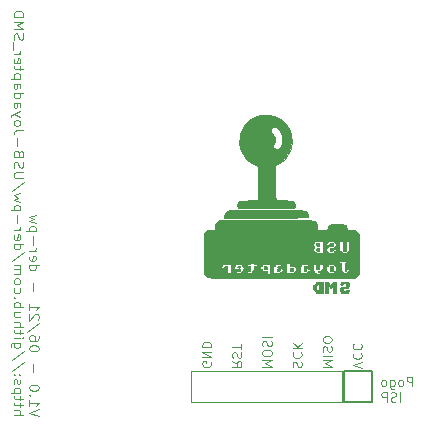
<source format=gbr>
%TF.GenerationSoftware,KiCad,Pcbnew,(5.1.6)-1*%
%TF.CreationDate,2021-06-08T09:34:39+02:00*%
%TF.ProjectId,Joyadapter_SMD,4a6f7961-6461-4707-9465-725f534d442e,rev?*%
%TF.SameCoordinates,Original*%
%TF.FileFunction,Legend,Bot*%
%TF.FilePolarity,Positive*%
%FSLAX46Y46*%
G04 Gerber Fmt 4.6, Leading zero omitted, Abs format (unit mm)*
G04 Created by KiCad (PCBNEW (5.1.6)-1) date 2021-06-08 09:34:39*
%MOMM*%
%LPD*%
G01*
G04 APERTURE LIST*
%ADD10C,0.110000*%
%ADD11C,0.120000*%
%ADD12C,0.010000*%
%ADD13C,0.150000*%
G04 APERTURE END LIST*
D10*
X128608095Y-124412785D02*
X127808095Y-124112785D01*
X128608095Y-123812785D01*
X127808095Y-123041357D02*
X127808095Y-123555642D01*
X127808095Y-123298500D02*
X128608095Y-123298500D01*
X128493809Y-123384214D01*
X128417619Y-123469928D01*
X128379523Y-123555642D01*
X127884285Y-122655642D02*
X127846190Y-122612785D01*
X127808095Y-122655642D01*
X127846190Y-122698500D01*
X127884285Y-122655642D01*
X127808095Y-122655642D01*
X128608095Y-122055642D02*
X128608095Y-121969928D01*
X128570000Y-121884214D01*
X128531904Y-121841357D01*
X128455714Y-121798500D01*
X128303333Y-121755642D01*
X128112857Y-121755642D01*
X127960476Y-121798500D01*
X127884285Y-121841357D01*
X127846190Y-121884214D01*
X127808095Y-121969928D01*
X127808095Y-122055642D01*
X127846190Y-122141357D01*
X127884285Y-122184214D01*
X127960476Y-122227071D01*
X128112857Y-122269928D01*
X128303333Y-122269928D01*
X128455714Y-122227071D01*
X128531904Y-122184214D01*
X128570000Y-122141357D01*
X128608095Y-122055642D01*
X128112857Y-120684214D02*
X128112857Y-119998500D01*
X128608095Y-118712785D02*
X128608095Y-118627071D01*
X128570000Y-118541357D01*
X128531904Y-118498500D01*
X128455714Y-118455642D01*
X128303333Y-118412785D01*
X128112857Y-118412785D01*
X127960476Y-118455642D01*
X127884285Y-118498500D01*
X127846190Y-118541357D01*
X127808095Y-118627071D01*
X127808095Y-118712785D01*
X127846190Y-118798500D01*
X127884285Y-118841357D01*
X127960476Y-118884214D01*
X128112857Y-118927071D01*
X128303333Y-118927071D01*
X128455714Y-118884214D01*
X128531904Y-118841357D01*
X128570000Y-118798500D01*
X128608095Y-118712785D01*
X128608095Y-117641357D02*
X128608095Y-117812785D01*
X128570000Y-117898500D01*
X128531904Y-117941357D01*
X128417619Y-118027071D01*
X128265238Y-118069928D01*
X127960476Y-118069928D01*
X127884285Y-118027071D01*
X127846190Y-117984214D01*
X127808095Y-117898500D01*
X127808095Y-117727071D01*
X127846190Y-117641357D01*
X127884285Y-117598500D01*
X127960476Y-117555642D01*
X128150952Y-117555642D01*
X128227142Y-117598500D01*
X128265238Y-117641357D01*
X128303333Y-117727071D01*
X128303333Y-117898500D01*
X128265238Y-117984214D01*
X128227142Y-118027071D01*
X128150952Y-118069928D01*
X128646190Y-116527071D02*
X127617619Y-117298500D01*
X128531904Y-116269928D02*
X128570000Y-116227071D01*
X128608095Y-116141357D01*
X128608095Y-115927071D01*
X128570000Y-115841357D01*
X128531904Y-115798500D01*
X128455714Y-115755642D01*
X128379523Y-115755642D01*
X128265238Y-115798500D01*
X127808095Y-116312785D01*
X127808095Y-115755642D01*
X127808095Y-114898500D02*
X127808095Y-115412785D01*
X127808095Y-115155642D02*
X128608095Y-115155642D01*
X128493809Y-115241357D01*
X128417619Y-115327071D01*
X128379523Y-115412785D01*
X128112857Y-113827071D02*
X128112857Y-113141357D01*
X127808095Y-111641357D02*
X128608095Y-111641357D01*
X127846190Y-111641357D02*
X127808095Y-111727071D01*
X127808095Y-111898500D01*
X127846190Y-111984214D01*
X127884285Y-112027071D01*
X127960476Y-112069928D01*
X128189047Y-112069928D01*
X128265238Y-112027071D01*
X128303333Y-111984214D01*
X128341428Y-111898500D01*
X128341428Y-111727071D01*
X128303333Y-111641357D01*
X127846190Y-110869928D02*
X127808095Y-110955642D01*
X127808095Y-111127071D01*
X127846190Y-111212785D01*
X127922380Y-111255642D01*
X128227142Y-111255642D01*
X128303333Y-111212785D01*
X128341428Y-111127071D01*
X128341428Y-110955642D01*
X128303333Y-110869928D01*
X128227142Y-110827071D01*
X128150952Y-110827071D01*
X128074761Y-111255642D01*
X127808095Y-110441357D02*
X128341428Y-110441357D01*
X128189047Y-110441357D02*
X128265238Y-110398500D01*
X128303333Y-110355642D01*
X128341428Y-110269928D01*
X128341428Y-110184214D01*
X128112857Y-109884214D02*
X128112857Y-109198500D01*
X128341428Y-108769928D02*
X127541428Y-108769928D01*
X128303333Y-108769928D02*
X128341428Y-108684214D01*
X128341428Y-108512785D01*
X128303333Y-108427071D01*
X128265238Y-108384214D01*
X128189047Y-108341357D01*
X127960476Y-108341357D01*
X127884285Y-108384214D01*
X127846190Y-108427071D01*
X127808095Y-108512785D01*
X127808095Y-108684214D01*
X127846190Y-108769928D01*
X128341428Y-108041357D02*
X127808095Y-107869928D01*
X128189047Y-107698500D01*
X127808095Y-107527071D01*
X128341428Y-107355642D01*
X126498095Y-124284214D02*
X127298095Y-124284214D01*
X126498095Y-123898500D02*
X126917142Y-123898500D01*
X126993333Y-123941357D01*
X127031428Y-124027071D01*
X127031428Y-124155642D01*
X126993333Y-124241357D01*
X126955238Y-124284214D01*
X127031428Y-123598500D02*
X127031428Y-123255642D01*
X127298095Y-123469928D02*
X126612380Y-123469928D01*
X126536190Y-123427071D01*
X126498095Y-123341357D01*
X126498095Y-123255642D01*
X127031428Y-123084214D02*
X127031428Y-122741357D01*
X127298095Y-122955642D02*
X126612380Y-122955642D01*
X126536190Y-122912785D01*
X126498095Y-122827071D01*
X126498095Y-122741357D01*
X127031428Y-122441357D02*
X126231428Y-122441357D01*
X126993333Y-122441357D02*
X127031428Y-122355642D01*
X127031428Y-122184214D01*
X126993333Y-122098500D01*
X126955238Y-122055642D01*
X126879047Y-122012785D01*
X126650476Y-122012785D01*
X126574285Y-122055642D01*
X126536190Y-122098500D01*
X126498095Y-122184214D01*
X126498095Y-122355642D01*
X126536190Y-122441357D01*
X126536190Y-121669928D02*
X126498095Y-121584214D01*
X126498095Y-121412785D01*
X126536190Y-121327071D01*
X126612380Y-121284214D01*
X126650476Y-121284214D01*
X126726666Y-121327071D01*
X126764761Y-121412785D01*
X126764761Y-121541357D01*
X126802857Y-121627071D01*
X126879047Y-121669928D01*
X126917142Y-121669928D01*
X126993333Y-121627071D01*
X127031428Y-121541357D01*
X127031428Y-121412785D01*
X126993333Y-121327071D01*
X126574285Y-120898500D02*
X126536190Y-120855642D01*
X126498095Y-120898500D01*
X126536190Y-120941357D01*
X126574285Y-120898500D01*
X126498095Y-120898500D01*
X126993333Y-120898500D02*
X126955238Y-120855642D01*
X126917142Y-120898500D01*
X126955238Y-120941357D01*
X126993333Y-120898500D01*
X126917142Y-120898500D01*
X127336190Y-119827071D02*
X126307619Y-120598500D01*
X127336190Y-118884214D02*
X126307619Y-119655642D01*
X127031428Y-118198500D02*
X126383809Y-118198500D01*
X126307619Y-118241357D01*
X126269523Y-118284214D01*
X126231428Y-118369928D01*
X126231428Y-118498500D01*
X126269523Y-118584214D01*
X126536190Y-118198500D02*
X126498095Y-118284214D01*
X126498095Y-118455642D01*
X126536190Y-118541357D01*
X126574285Y-118584214D01*
X126650476Y-118627071D01*
X126879047Y-118627071D01*
X126955238Y-118584214D01*
X126993333Y-118541357D01*
X127031428Y-118455642D01*
X127031428Y-118284214D01*
X126993333Y-118198500D01*
X126498095Y-117769928D02*
X127031428Y-117769928D01*
X127298095Y-117769928D02*
X127260000Y-117812785D01*
X127221904Y-117769928D01*
X127260000Y-117727071D01*
X127298095Y-117769928D01*
X127221904Y-117769928D01*
X127031428Y-117469928D02*
X127031428Y-117127071D01*
X127298095Y-117341357D02*
X126612380Y-117341357D01*
X126536190Y-117298500D01*
X126498095Y-117212785D01*
X126498095Y-117127071D01*
X126498095Y-116827071D02*
X127298095Y-116827071D01*
X126498095Y-116441357D02*
X126917142Y-116441357D01*
X126993333Y-116484214D01*
X127031428Y-116569928D01*
X127031428Y-116698500D01*
X126993333Y-116784214D01*
X126955238Y-116827071D01*
X127031428Y-115627071D02*
X126498095Y-115627071D01*
X127031428Y-116012785D02*
X126612380Y-116012785D01*
X126536190Y-115969928D01*
X126498095Y-115884214D01*
X126498095Y-115755642D01*
X126536190Y-115669928D01*
X126574285Y-115627071D01*
X126498095Y-115198500D02*
X127298095Y-115198500D01*
X126993333Y-115198500D02*
X127031428Y-115112785D01*
X127031428Y-114941357D01*
X126993333Y-114855642D01*
X126955238Y-114812785D01*
X126879047Y-114769928D01*
X126650476Y-114769928D01*
X126574285Y-114812785D01*
X126536190Y-114855642D01*
X126498095Y-114941357D01*
X126498095Y-115112785D01*
X126536190Y-115198500D01*
X126574285Y-114384214D02*
X126536190Y-114341357D01*
X126498095Y-114384214D01*
X126536190Y-114427071D01*
X126574285Y-114384214D01*
X126498095Y-114384214D01*
X126536190Y-113569928D02*
X126498095Y-113655642D01*
X126498095Y-113827071D01*
X126536190Y-113912785D01*
X126574285Y-113955642D01*
X126650476Y-113998500D01*
X126879047Y-113998500D01*
X126955238Y-113955642D01*
X126993333Y-113912785D01*
X127031428Y-113827071D01*
X127031428Y-113655642D01*
X126993333Y-113569928D01*
X126498095Y-113055642D02*
X126536190Y-113141357D01*
X126574285Y-113184214D01*
X126650476Y-113227071D01*
X126879047Y-113227071D01*
X126955238Y-113184214D01*
X126993333Y-113141357D01*
X127031428Y-113055642D01*
X127031428Y-112927071D01*
X126993333Y-112841357D01*
X126955238Y-112798500D01*
X126879047Y-112755642D01*
X126650476Y-112755642D01*
X126574285Y-112798500D01*
X126536190Y-112841357D01*
X126498095Y-112927071D01*
X126498095Y-113055642D01*
X126498095Y-112369928D02*
X127031428Y-112369928D01*
X126955238Y-112369928D02*
X126993333Y-112327071D01*
X127031428Y-112241357D01*
X127031428Y-112112785D01*
X126993333Y-112027071D01*
X126917142Y-111984214D01*
X126498095Y-111984214D01*
X126917142Y-111984214D02*
X126993333Y-111941357D01*
X127031428Y-111855642D01*
X127031428Y-111727071D01*
X126993333Y-111641357D01*
X126917142Y-111598500D01*
X126498095Y-111598500D01*
X127336190Y-110527071D02*
X126307619Y-111298500D01*
X126498095Y-109841357D02*
X127298095Y-109841357D01*
X126536190Y-109841357D02*
X126498095Y-109927071D01*
X126498095Y-110098500D01*
X126536190Y-110184214D01*
X126574285Y-110227071D01*
X126650476Y-110269928D01*
X126879047Y-110269928D01*
X126955238Y-110227071D01*
X126993333Y-110184214D01*
X127031428Y-110098500D01*
X127031428Y-109927071D01*
X126993333Y-109841357D01*
X126536190Y-109069928D02*
X126498095Y-109155642D01*
X126498095Y-109327071D01*
X126536190Y-109412785D01*
X126612380Y-109455642D01*
X126917142Y-109455642D01*
X126993333Y-109412785D01*
X127031428Y-109327071D01*
X127031428Y-109155642D01*
X126993333Y-109069928D01*
X126917142Y-109027071D01*
X126840952Y-109027071D01*
X126764761Y-109455642D01*
X126498095Y-108641357D02*
X127031428Y-108641357D01*
X126879047Y-108641357D02*
X126955238Y-108598500D01*
X126993333Y-108555642D01*
X127031428Y-108469928D01*
X127031428Y-108384214D01*
X126802857Y-108084214D02*
X126802857Y-107398500D01*
X127031428Y-106969928D02*
X126231428Y-106969928D01*
X126993333Y-106969928D02*
X127031428Y-106884214D01*
X127031428Y-106712785D01*
X126993333Y-106627071D01*
X126955238Y-106584214D01*
X126879047Y-106541357D01*
X126650476Y-106541357D01*
X126574285Y-106584214D01*
X126536190Y-106627071D01*
X126498095Y-106712785D01*
X126498095Y-106884214D01*
X126536190Y-106969928D01*
X127031428Y-106241357D02*
X126498095Y-106069928D01*
X126879047Y-105898500D01*
X126498095Y-105727071D01*
X127031428Y-105555642D01*
X127336190Y-104569928D02*
X126307619Y-105341357D01*
X127298095Y-104269928D02*
X126650476Y-104269928D01*
X126574285Y-104227071D01*
X126536190Y-104184214D01*
X126498095Y-104098500D01*
X126498095Y-103927071D01*
X126536190Y-103841357D01*
X126574285Y-103798500D01*
X126650476Y-103755642D01*
X127298095Y-103755642D01*
X126536190Y-103369928D02*
X126498095Y-103241357D01*
X126498095Y-103027071D01*
X126536190Y-102941357D01*
X126574285Y-102898500D01*
X126650476Y-102855642D01*
X126726666Y-102855642D01*
X126802857Y-102898500D01*
X126840952Y-102941357D01*
X126879047Y-103027071D01*
X126917142Y-103198500D01*
X126955238Y-103284214D01*
X126993333Y-103327071D01*
X127069523Y-103369928D01*
X127145714Y-103369928D01*
X127221904Y-103327071D01*
X127260000Y-103284214D01*
X127298095Y-103198500D01*
X127298095Y-102984214D01*
X127260000Y-102855642D01*
X126917142Y-102169928D02*
X126879047Y-102041357D01*
X126840952Y-101998500D01*
X126764761Y-101955642D01*
X126650476Y-101955642D01*
X126574285Y-101998500D01*
X126536190Y-102041357D01*
X126498095Y-102127071D01*
X126498095Y-102469928D01*
X127298095Y-102469928D01*
X127298095Y-102169928D01*
X127260000Y-102084214D01*
X127221904Y-102041357D01*
X127145714Y-101998500D01*
X127069523Y-101998500D01*
X126993333Y-102041357D01*
X126955238Y-102084214D01*
X126917142Y-102169928D01*
X126917142Y-102469928D01*
X126802857Y-101569928D02*
X126802857Y-100884214D01*
X127298095Y-100198500D02*
X126726666Y-100198500D01*
X126612380Y-100241357D01*
X126536190Y-100327071D01*
X126498095Y-100455642D01*
X126498095Y-100541357D01*
X126498095Y-99641357D02*
X126536190Y-99727071D01*
X126574285Y-99769928D01*
X126650476Y-99812785D01*
X126879047Y-99812785D01*
X126955238Y-99769928D01*
X126993333Y-99727071D01*
X127031428Y-99641357D01*
X127031428Y-99512785D01*
X126993333Y-99427071D01*
X126955238Y-99384214D01*
X126879047Y-99341357D01*
X126650476Y-99341357D01*
X126574285Y-99384214D01*
X126536190Y-99427071D01*
X126498095Y-99512785D01*
X126498095Y-99641357D01*
X127031428Y-99041357D02*
X126498095Y-98827071D01*
X127031428Y-98612785D02*
X126498095Y-98827071D01*
X126307619Y-98912785D01*
X126269523Y-98955642D01*
X126231428Y-99041357D01*
X126498095Y-97884214D02*
X126917142Y-97884214D01*
X126993333Y-97927071D01*
X127031428Y-98012785D01*
X127031428Y-98184214D01*
X126993333Y-98269928D01*
X126536190Y-97884214D02*
X126498095Y-97969928D01*
X126498095Y-98184214D01*
X126536190Y-98269928D01*
X126612380Y-98312785D01*
X126688571Y-98312785D01*
X126764761Y-98269928D01*
X126802857Y-98184214D01*
X126802857Y-97969928D01*
X126840952Y-97884214D01*
X126498095Y-97069928D02*
X127298095Y-97069928D01*
X126536190Y-97069928D02*
X126498095Y-97155642D01*
X126498095Y-97327071D01*
X126536190Y-97412785D01*
X126574285Y-97455642D01*
X126650476Y-97498500D01*
X126879047Y-97498500D01*
X126955238Y-97455642D01*
X126993333Y-97412785D01*
X127031428Y-97327071D01*
X127031428Y-97155642D01*
X126993333Y-97069928D01*
X126498095Y-96255642D02*
X126917142Y-96255642D01*
X126993333Y-96298500D01*
X127031428Y-96384214D01*
X127031428Y-96555642D01*
X126993333Y-96641357D01*
X126536190Y-96255642D02*
X126498095Y-96341357D01*
X126498095Y-96555642D01*
X126536190Y-96641357D01*
X126612380Y-96684214D01*
X126688571Y-96684214D01*
X126764761Y-96641357D01*
X126802857Y-96555642D01*
X126802857Y-96341357D01*
X126840952Y-96255642D01*
X127031428Y-95827071D02*
X126231428Y-95827071D01*
X126993333Y-95827071D02*
X127031428Y-95741357D01*
X127031428Y-95569928D01*
X126993333Y-95484214D01*
X126955238Y-95441357D01*
X126879047Y-95398500D01*
X126650476Y-95398500D01*
X126574285Y-95441357D01*
X126536190Y-95484214D01*
X126498095Y-95569928D01*
X126498095Y-95741357D01*
X126536190Y-95827071D01*
X127031428Y-95141357D02*
X127031428Y-94798500D01*
X127298095Y-95012785D02*
X126612380Y-95012785D01*
X126536190Y-94969928D01*
X126498095Y-94884214D01*
X126498095Y-94798500D01*
X126536190Y-94155642D02*
X126498095Y-94241357D01*
X126498095Y-94412785D01*
X126536190Y-94498500D01*
X126612380Y-94541357D01*
X126917142Y-94541357D01*
X126993333Y-94498500D01*
X127031428Y-94412785D01*
X127031428Y-94241357D01*
X126993333Y-94155642D01*
X126917142Y-94112785D01*
X126840952Y-94112785D01*
X126764761Y-94541357D01*
X126498095Y-93727071D02*
X127031428Y-93727071D01*
X126879047Y-93727071D02*
X126955238Y-93684214D01*
X126993333Y-93641357D01*
X127031428Y-93555642D01*
X127031428Y-93469928D01*
X126421904Y-93384214D02*
X126421904Y-92698500D01*
X126536190Y-92527071D02*
X126498095Y-92398500D01*
X126498095Y-92184214D01*
X126536190Y-92098500D01*
X126574285Y-92055642D01*
X126650476Y-92012785D01*
X126726666Y-92012785D01*
X126802857Y-92055642D01*
X126840952Y-92098500D01*
X126879047Y-92184214D01*
X126917142Y-92355642D01*
X126955238Y-92441357D01*
X126993333Y-92484214D01*
X127069523Y-92527071D01*
X127145714Y-92527071D01*
X127221904Y-92484214D01*
X127260000Y-92441357D01*
X127298095Y-92355642D01*
X127298095Y-92141357D01*
X127260000Y-92012785D01*
X126498095Y-91627071D02*
X127298095Y-91627071D01*
X126726666Y-91327071D01*
X127298095Y-91027071D01*
X126498095Y-91027071D01*
X126498095Y-90598500D02*
X127298095Y-90598500D01*
X127298095Y-90384214D01*
X127260000Y-90255642D01*
X127183809Y-90169928D01*
X127107619Y-90127071D01*
X126955238Y-90084214D01*
X126840952Y-90084214D01*
X126688571Y-90127071D01*
X126612380Y-90169928D01*
X126536190Y-90255642D01*
X126498095Y-90384214D01*
X126498095Y-90598500D01*
D11*
X160223952Y-121861904D02*
X160223952Y-121061904D01*
X159919190Y-121061904D01*
X159843000Y-121100000D01*
X159804904Y-121138095D01*
X159766809Y-121214285D01*
X159766809Y-121328571D01*
X159804904Y-121404761D01*
X159843000Y-121442857D01*
X159919190Y-121480952D01*
X160223952Y-121480952D01*
X159309666Y-121861904D02*
X159385857Y-121823809D01*
X159423952Y-121785714D01*
X159462047Y-121709523D01*
X159462047Y-121480952D01*
X159423952Y-121404761D01*
X159385857Y-121366666D01*
X159309666Y-121328571D01*
X159195380Y-121328571D01*
X159119190Y-121366666D01*
X159081095Y-121404761D01*
X159043000Y-121480952D01*
X159043000Y-121709523D01*
X159081095Y-121785714D01*
X159119190Y-121823809D01*
X159195380Y-121861904D01*
X159309666Y-121861904D01*
X158357285Y-121328571D02*
X158357285Y-121976190D01*
X158395380Y-122052380D01*
X158433476Y-122090476D01*
X158509666Y-122128571D01*
X158623952Y-122128571D01*
X158700142Y-122090476D01*
X158357285Y-121823809D02*
X158433476Y-121861904D01*
X158585857Y-121861904D01*
X158662047Y-121823809D01*
X158700142Y-121785714D01*
X158738238Y-121709523D01*
X158738238Y-121480952D01*
X158700142Y-121404761D01*
X158662047Y-121366666D01*
X158585857Y-121328571D01*
X158433476Y-121328571D01*
X158357285Y-121366666D01*
X157862047Y-121861904D02*
X157938238Y-121823809D01*
X157976333Y-121785714D01*
X158014428Y-121709523D01*
X158014428Y-121480952D01*
X157976333Y-121404761D01*
X157938238Y-121366666D01*
X157862047Y-121328571D01*
X157747761Y-121328571D01*
X157671571Y-121366666D01*
X157633476Y-121404761D01*
X157595380Y-121480952D01*
X157595380Y-121709523D01*
X157633476Y-121785714D01*
X157671571Y-121823809D01*
X157747761Y-121861904D01*
X157862047Y-121861904D01*
X159195380Y-123181904D02*
X159195380Y-122381904D01*
X158852523Y-123143809D02*
X158738238Y-123181904D01*
X158547761Y-123181904D01*
X158471571Y-123143809D01*
X158433476Y-123105714D01*
X158395380Y-123029523D01*
X158395380Y-122953333D01*
X158433476Y-122877142D01*
X158471571Y-122839047D01*
X158547761Y-122800952D01*
X158700142Y-122762857D01*
X158776333Y-122724761D01*
X158814428Y-122686666D01*
X158852523Y-122610476D01*
X158852523Y-122534285D01*
X158814428Y-122458095D01*
X158776333Y-122420000D01*
X158700142Y-122381904D01*
X158509666Y-122381904D01*
X158395380Y-122420000D01*
X158052523Y-123181904D02*
X158052523Y-122381904D01*
X157747761Y-122381904D01*
X157671571Y-122420000D01*
X157633476Y-122458095D01*
X157595380Y-122534285D01*
X157595380Y-122648571D01*
X157633476Y-122724761D01*
X157671571Y-122762857D01*
X157747761Y-122800952D01*
X158052523Y-122800952D01*
X155961666Y-120325809D02*
X155191666Y-120059142D01*
X155961666Y-119792476D01*
X155265000Y-119068666D02*
X155228333Y-119106761D01*
X155191666Y-119221047D01*
X155191666Y-119297238D01*
X155228333Y-119411523D01*
X155301666Y-119487714D01*
X155375000Y-119525809D01*
X155521666Y-119563904D01*
X155631666Y-119563904D01*
X155778333Y-119525809D01*
X155851666Y-119487714D01*
X155925000Y-119411523D01*
X155961666Y-119297238D01*
X155961666Y-119221047D01*
X155925000Y-119106761D01*
X155888333Y-119068666D01*
X155265000Y-118268666D02*
X155228333Y-118306761D01*
X155191666Y-118421047D01*
X155191666Y-118497238D01*
X155228333Y-118611523D01*
X155301666Y-118687714D01*
X155375000Y-118725809D01*
X155521666Y-118763904D01*
X155631666Y-118763904D01*
X155778333Y-118725809D01*
X155851666Y-118687714D01*
X155925000Y-118611523D01*
X155961666Y-118497238D01*
X155961666Y-118421047D01*
X155925000Y-118306761D01*
X155888333Y-118268666D01*
X152641666Y-120211523D02*
X153411666Y-120211523D01*
X152861666Y-119944857D01*
X153411666Y-119678190D01*
X152641666Y-119678190D01*
X152641666Y-119297238D02*
X153411666Y-119297238D01*
X152678333Y-118954380D02*
X152641666Y-118840095D01*
X152641666Y-118649619D01*
X152678333Y-118573428D01*
X152715000Y-118535333D01*
X152788333Y-118497238D01*
X152861666Y-118497238D01*
X152935000Y-118535333D01*
X152971666Y-118573428D01*
X153008333Y-118649619D01*
X153045000Y-118802000D01*
X153081666Y-118878190D01*
X153118333Y-118916285D01*
X153191666Y-118954380D01*
X153265000Y-118954380D01*
X153338333Y-118916285D01*
X153375000Y-118878190D01*
X153411666Y-118802000D01*
X153411666Y-118611523D01*
X153375000Y-118497238D01*
X153411666Y-118002000D02*
X153411666Y-117849619D01*
X153375000Y-117773428D01*
X153301666Y-117697238D01*
X153155000Y-117659142D01*
X152898333Y-117659142D01*
X152751666Y-117697238D01*
X152678333Y-117773428D01*
X152641666Y-117849619D01*
X152641666Y-118002000D01*
X152678333Y-118078190D01*
X152751666Y-118154380D01*
X152898333Y-118192476D01*
X153155000Y-118192476D01*
X153301666Y-118154380D01*
X153375000Y-118078190D01*
X153411666Y-118002000D01*
X150128333Y-120249619D02*
X150091666Y-120135333D01*
X150091666Y-119944857D01*
X150128333Y-119868666D01*
X150165000Y-119830571D01*
X150238333Y-119792476D01*
X150311666Y-119792476D01*
X150385000Y-119830571D01*
X150421666Y-119868666D01*
X150458333Y-119944857D01*
X150495000Y-120097238D01*
X150531666Y-120173428D01*
X150568333Y-120211523D01*
X150641666Y-120249619D01*
X150715000Y-120249619D01*
X150788333Y-120211523D01*
X150825000Y-120173428D01*
X150861666Y-120097238D01*
X150861666Y-119906761D01*
X150825000Y-119792476D01*
X150165000Y-118992476D02*
X150128333Y-119030571D01*
X150091666Y-119144857D01*
X150091666Y-119221047D01*
X150128333Y-119335333D01*
X150201666Y-119411523D01*
X150275000Y-119449619D01*
X150421666Y-119487714D01*
X150531666Y-119487714D01*
X150678333Y-119449619D01*
X150751666Y-119411523D01*
X150825000Y-119335333D01*
X150861666Y-119221047D01*
X150861666Y-119144857D01*
X150825000Y-119030571D01*
X150788333Y-118992476D01*
X150091666Y-118649619D02*
X150861666Y-118649619D01*
X150091666Y-118192476D02*
X150531666Y-118535333D01*
X150861666Y-118192476D02*
X150421666Y-118649619D01*
X147541666Y-120211523D02*
X148311666Y-120211523D01*
X147761666Y-119944857D01*
X148311666Y-119678190D01*
X147541666Y-119678190D01*
X148311666Y-119144857D02*
X148311666Y-118992476D01*
X148275000Y-118916285D01*
X148201666Y-118840095D01*
X148055000Y-118802000D01*
X147798333Y-118802000D01*
X147651666Y-118840095D01*
X147578333Y-118916285D01*
X147541666Y-118992476D01*
X147541666Y-119144857D01*
X147578333Y-119221047D01*
X147651666Y-119297238D01*
X147798333Y-119335333D01*
X148055000Y-119335333D01*
X148201666Y-119297238D01*
X148275000Y-119221047D01*
X148311666Y-119144857D01*
X147578333Y-118497238D02*
X147541666Y-118382952D01*
X147541666Y-118192476D01*
X147578333Y-118116285D01*
X147615000Y-118078190D01*
X147688333Y-118040095D01*
X147761666Y-118040095D01*
X147835000Y-118078190D01*
X147871666Y-118116285D01*
X147908333Y-118192476D01*
X147945000Y-118344857D01*
X147981666Y-118421047D01*
X148018333Y-118459142D01*
X148091666Y-118497238D01*
X148165000Y-118497238D01*
X148238333Y-118459142D01*
X148275000Y-118421047D01*
X148311666Y-118344857D01*
X148311666Y-118154380D01*
X148275000Y-118040095D01*
X147541666Y-117697238D02*
X148311666Y-117697238D01*
X144991666Y-119754380D02*
X145358333Y-120021047D01*
X144991666Y-120211523D02*
X145761666Y-120211523D01*
X145761666Y-119906761D01*
X145725000Y-119830571D01*
X145688333Y-119792476D01*
X145615000Y-119754380D01*
X145505000Y-119754380D01*
X145431666Y-119792476D01*
X145395000Y-119830571D01*
X145358333Y-119906761D01*
X145358333Y-120211523D01*
X145028333Y-119449619D02*
X144991666Y-119335333D01*
X144991666Y-119144857D01*
X145028333Y-119068666D01*
X145065000Y-119030571D01*
X145138333Y-118992476D01*
X145211666Y-118992476D01*
X145285000Y-119030571D01*
X145321666Y-119068666D01*
X145358333Y-119144857D01*
X145395000Y-119297238D01*
X145431666Y-119373428D01*
X145468333Y-119411523D01*
X145541666Y-119449619D01*
X145615000Y-119449619D01*
X145688333Y-119411523D01*
X145725000Y-119373428D01*
X145761666Y-119297238D01*
X145761666Y-119106761D01*
X145725000Y-118992476D01*
X145761666Y-118763904D02*
X145761666Y-118306761D01*
X144991666Y-118535333D02*
X145761666Y-118535333D01*
X143175000Y-119792476D02*
X143211666Y-119868666D01*
X143211666Y-119982952D01*
X143175000Y-120097238D01*
X143101666Y-120173428D01*
X143028333Y-120211523D01*
X142881666Y-120249619D01*
X142771666Y-120249619D01*
X142625000Y-120211523D01*
X142551666Y-120173428D01*
X142478333Y-120097238D01*
X142441666Y-119982952D01*
X142441666Y-119906761D01*
X142478333Y-119792476D01*
X142515000Y-119754380D01*
X142771666Y-119754380D01*
X142771666Y-119906761D01*
X142441666Y-119411523D02*
X143211666Y-119411523D01*
X142441666Y-118954380D01*
X143211666Y-118954380D01*
X142441666Y-118573428D02*
X143211666Y-118573428D01*
X143211666Y-118382952D01*
X143175000Y-118268666D01*
X143101666Y-118192476D01*
X143028333Y-118154380D01*
X142881666Y-118116285D01*
X142771666Y-118116285D01*
X142625000Y-118154380D01*
X142551666Y-118192476D01*
X142478333Y-118268666D01*
X142441666Y-118382952D01*
X142441666Y-118573428D01*
D12*
%TO.C,G\u002A\u002A\u002A*%
G36*
X154359027Y-113031666D02*
G01*
X154279654Y-113039265D01*
X154241565Y-113056695D01*
X154230137Y-113087855D01*
X154229722Y-113100555D01*
X154204777Y-113159515D01*
X154159167Y-113171111D01*
X154101707Y-113193169D01*
X154088611Y-113224028D01*
X154115386Y-113263166D01*
X154200838Y-113276849D01*
X154212083Y-113276944D01*
X154297183Y-113269052D01*
X154331519Y-113238240D01*
X154335555Y-113206389D01*
X154347389Y-113160229D01*
X154395218Y-113139828D01*
X154476667Y-113135833D01*
X154617778Y-113135833D01*
X154617778Y-113453333D01*
X154423750Y-113453333D01*
X154306740Y-113458084D01*
X154246498Y-113474754D01*
X154229722Y-113506250D01*
X154200311Y-113549345D01*
X154159167Y-113559166D01*
X154113007Y-113571000D01*
X154092606Y-113618829D01*
X154088611Y-113700278D01*
X154094528Y-113792598D01*
X154118442Y-113833399D01*
X154159167Y-113841389D01*
X154218127Y-113866334D01*
X154229722Y-113911944D01*
X154235971Y-113948018D01*
X154264466Y-113969185D01*
X154329828Y-113979342D01*
X154446679Y-113982389D01*
X154494305Y-113982500D01*
X154629584Y-113980833D01*
X154708957Y-113973235D01*
X154747046Y-113955805D01*
X154758474Y-113924645D01*
X154758889Y-113911944D01*
X154783834Y-113852984D01*
X154829444Y-113841389D01*
X154888404Y-113816443D01*
X154900000Y-113770833D01*
X154888167Y-113724673D01*
X154840338Y-113704272D01*
X154758889Y-113700278D01*
X154666569Y-113706194D01*
X154625767Y-113730109D01*
X154617778Y-113770833D01*
X154605944Y-113816993D01*
X154558116Y-113837394D01*
X154476667Y-113841389D01*
X154335555Y-113841389D01*
X154335555Y-113559166D01*
X154547222Y-113559166D01*
X154665442Y-113556592D01*
X154729322Y-113545283D01*
X154754997Y-113519861D01*
X154758889Y-113488611D01*
X154783834Y-113429651D01*
X154829444Y-113418055D01*
X154878073Y-113404243D01*
X154897694Y-113350324D01*
X154900000Y-113294583D01*
X154892107Y-113209483D01*
X154861296Y-113175147D01*
X154829444Y-113171111D01*
X154770484Y-113146166D01*
X154758889Y-113100555D01*
X154752640Y-113064481D01*
X154724145Y-113043315D01*
X154658783Y-113033158D01*
X154541932Y-113030110D01*
X154494305Y-113030000D01*
X154359027Y-113031666D01*
G37*
X154359027Y-113031666D02*
X154279654Y-113039265D01*
X154241565Y-113056695D01*
X154230137Y-113087855D01*
X154229722Y-113100555D01*
X154204777Y-113159515D01*
X154159167Y-113171111D01*
X154101707Y-113193169D01*
X154088611Y-113224028D01*
X154115386Y-113263166D01*
X154200838Y-113276849D01*
X154212083Y-113276944D01*
X154297183Y-113269052D01*
X154331519Y-113238240D01*
X154335555Y-113206389D01*
X154347389Y-113160229D01*
X154395218Y-113139828D01*
X154476667Y-113135833D01*
X154617778Y-113135833D01*
X154617778Y-113453333D01*
X154423750Y-113453333D01*
X154306740Y-113458084D01*
X154246498Y-113474754D01*
X154229722Y-113506250D01*
X154200311Y-113549345D01*
X154159167Y-113559166D01*
X154113007Y-113571000D01*
X154092606Y-113618829D01*
X154088611Y-113700278D01*
X154094528Y-113792598D01*
X154118442Y-113833399D01*
X154159167Y-113841389D01*
X154218127Y-113866334D01*
X154229722Y-113911944D01*
X154235971Y-113948018D01*
X154264466Y-113969185D01*
X154329828Y-113979342D01*
X154446679Y-113982389D01*
X154494305Y-113982500D01*
X154629584Y-113980833D01*
X154708957Y-113973235D01*
X154747046Y-113955805D01*
X154758474Y-113924645D01*
X154758889Y-113911944D01*
X154783834Y-113852984D01*
X154829444Y-113841389D01*
X154888404Y-113816443D01*
X154900000Y-113770833D01*
X154888167Y-113724673D01*
X154840338Y-113704272D01*
X154758889Y-113700278D01*
X154666569Y-113706194D01*
X154625767Y-113730109D01*
X154617778Y-113770833D01*
X154605944Y-113816993D01*
X154558116Y-113837394D01*
X154476667Y-113841389D01*
X154335555Y-113841389D01*
X154335555Y-113559166D01*
X154547222Y-113559166D01*
X154665442Y-113556592D01*
X154729322Y-113545283D01*
X154754997Y-113519861D01*
X154758889Y-113488611D01*
X154783834Y-113429651D01*
X154829444Y-113418055D01*
X154878073Y-113404243D01*
X154897694Y-113350324D01*
X154900000Y-113294583D01*
X154892107Y-113209483D01*
X154861296Y-113175147D01*
X154829444Y-113171111D01*
X154770484Y-113146166D01*
X154758889Y-113100555D01*
X154752640Y-113064481D01*
X154724145Y-113043315D01*
X154658783Y-113033158D01*
X154541932Y-113030110D01*
X154494305Y-113030000D01*
X154359027Y-113031666D01*
G36*
X153537680Y-113035916D02*
G01*
X153496878Y-113059831D01*
X153488889Y-113100555D01*
X153466831Y-113158015D01*
X153435972Y-113171111D01*
X153392877Y-113200522D01*
X153383055Y-113241666D01*
X153362385Y-113296993D01*
X153294861Y-113312222D01*
X153225702Y-113295686D01*
X153206667Y-113241666D01*
X153181721Y-113182706D01*
X153136111Y-113171111D01*
X153077151Y-113146166D01*
X153065555Y-113100555D01*
X153051744Y-113051927D01*
X152997824Y-113032306D01*
X152942083Y-113030000D01*
X152818611Y-113030000D01*
X152818611Y-113982500D01*
X153065555Y-113982500D01*
X153065555Y-113700278D01*
X153066495Y-113560307D01*
X153072314Y-113476495D01*
X153087510Y-113434447D01*
X153116581Y-113419768D01*
X153153750Y-113418055D01*
X153222909Y-113434592D01*
X153241944Y-113488611D01*
X153264003Y-113546071D01*
X153294861Y-113559166D01*
X153337956Y-113529755D01*
X153347778Y-113488611D01*
X153372723Y-113429651D01*
X153418333Y-113418055D01*
X153453487Y-113423947D01*
X153474556Y-113451085D01*
X153485087Y-113513661D01*
X153488629Y-113625867D01*
X153488889Y-113700278D01*
X153488889Y-113982500D01*
X153771111Y-113982500D01*
X153771111Y-113030000D01*
X153630000Y-113030000D01*
X153537680Y-113035916D01*
G37*
X153537680Y-113035916D02*
X153496878Y-113059831D01*
X153488889Y-113100555D01*
X153466831Y-113158015D01*
X153435972Y-113171111D01*
X153392877Y-113200522D01*
X153383055Y-113241666D01*
X153362385Y-113296993D01*
X153294861Y-113312222D01*
X153225702Y-113295686D01*
X153206667Y-113241666D01*
X153181721Y-113182706D01*
X153136111Y-113171111D01*
X153077151Y-113146166D01*
X153065555Y-113100555D01*
X153051744Y-113051927D01*
X152997824Y-113032306D01*
X152942083Y-113030000D01*
X152818611Y-113030000D01*
X152818611Y-113982500D01*
X153065555Y-113982500D01*
X153065555Y-113700278D01*
X153066495Y-113560307D01*
X153072314Y-113476495D01*
X153087510Y-113434447D01*
X153116581Y-113419768D01*
X153153750Y-113418055D01*
X153222909Y-113434592D01*
X153241944Y-113488611D01*
X153264003Y-113546071D01*
X153294861Y-113559166D01*
X153337956Y-113529755D01*
X153347778Y-113488611D01*
X153372723Y-113429651D01*
X153418333Y-113418055D01*
X153453487Y-113423947D01*
X153474556Y-113451085D01*
X153485087Y-113513661D01*
X153488629Y-113625867D01*
X153488889Y-113700278D01*
X153488889Y-113982500D01*
X153771111Y-113982500D01*
X153771111Y-113030000D01*
X153630000Y-113030000D01*
X153537680Y-113035916D01*
G36*
X152242361Y-113031666D02*
G01*
X152162987Y-113039265D01*
X152124898Y-113056695D01*
X152113470Y-113087855D01*
X152113055Y-113100555D01*
X152088110Y-113159515D01*
X152042500Y-113171111D01*
X151983540Y-113196056D01*
X151971944Y-113241666D01*
X151946999Y-113300626D01*
X151901389Y-113312222D01*
X151860615Y-113320644D01*
X151839374Y-113357056D01*
X151831586Y-113438179D01*
X151830833Y-113506250D01*
X151833896Y-113618378D01*
X151847137Y-113676791D01*
X151876636Y-113698208D01*
X151901389Y-113700278D01*
X151960349Y-113725223D01*
X151971944Y-113770833D01*
X151996890Y-113829793D01*
X152042500Y-113841389D01*
X152101460Y-113866334D01*
X152113055Y-113911944D01*
X152119305Y-113948018D01*
X152147800Y-113969185D01*
X152213162Y-113979342D01*
X152330012Y-113982389D01*
X152377639Y-113982500D01*
X152642222Y-113982500D01*
X152642222Y-113488611D01*
X152360000Y-113488611D01*
X152359032Y-113649173D01*
X152354424Y-113751959D01*
X152343623Y-113809738D01*
X152324074Y-113835282D01*
X152293223Y-113841360D01*
X152289444Y-113841389D01*
X152230484Y-113816443D01*
X152218889Y-113770833D01*
X152193944Y-113711873D01*
X152148333Y-113700278D01*
X152108927Y-113692554D01*
X152087633Y-113658628D01*
X152079075Y-113582362D01*
X152077778Y-113488611D01*
X152080352Y-113370391D01*
X152091661Y-113306511D01*
X152117083Y-113280836D01*
X152148333Y-113276944D01*
X152207293Y-113251999D01*
X152218889Y-113206389D01*
X152243834Y-113147429D01*
X152289444Y-113135833D01*
X152321557Y-113140675D01*
X152342114Y-113163714D01*
X152353670Y-113217720D01*
X152358779Y-113315465D01*
X152359994Y-113469717D01*
X152360000Y-113488611D01*
X152642222Y-113488611D01*
X152642222Y-113030000D01*
X152377639Y-113030000D01*
X152242361Y-113031666D01*
G37*
X152242361Y-113031666D02*
X152162987Y-113039265D01*
X152124898Y-113056695D01*
X152113470Y-113087855D01*
X152113055Y-113100555D01*
X152088110Y-113159515D01*
X152042500Y-113171111D01*
X151983540Y-113196056D01*
X151971944Y-113241666D01*
X151946999Y-113300626D01*
X151901389Y-113312222D01*
X151860615Y-113320644D01*
X151839374Y-113357056D01*
X151831586Y-113438179D01*
X151830833Y-113506250D01*
X151833896Y-113618378D01*
X151847137Y-113676791D01*
X151876636Y-113698208D01*
X151901389Y-113700278D01*
X151960349Y-113725223D01*
X151971944Y-113770833D01*
X151996890Y-113829793D01*
X152042500Y-113841389D01*
X152101460Y-113866334D01*
X152113055Y-113911944D01*
X152119305Y-113948018D01*
X152147800Y-113969185D01*
X152213162Y-113979342D01*
X152330012Y-113982389D01*
X152377639Y-113982500D01*
X152642222Y-113982500D01*
X152642222Y-113488611D01*
X152360000Y-113488611D01*
X152359032Y-113649173D01*
X152354424Y-113751959D01*
X152343623Y-113809738D01*
X152324074Y-113835282D01*
X152293223Y-113841360D01*
X152289444Y-113841389D01*
X152230484Y-113816443D01*
X152218889Y-113770833D01*
X152193944Y-113711873D01*
X152148333Y-113700278D01*
X152108927Y-113692554D01*
X152087633Y-113658628D01*
X152079075Y-113582362D01*
X152077778Y-113488611D01*
X152080352Y-113370391D01*
X152091661Y-113306511D01*
X152117083Y-113280836D01*
X152148333Y-113276944D01*
X152207293Y-113251999D01*
X152218889Y-113206389D01*
X152243834Y-113147429D01*
X152289444Y-113135833D01*
X152321557Y-113140675D01*
X152342114Y-113163714D01*
X152353670Y-113217720D01*
X152358779Y-113315465D01*
X152359994Y-113469717D01*
X152360000Y-113488611D01*
X152642222Y-113488611D01*
X152642222Y-113030000D01*
X152377639Y-113030000D01*
X152242361Y-113031666D01*
G36*
X143807785Y-107888590D02*
G01*
X143660489Y-108011106D01*
X143559407Y-108175354D01*
X143514203Y-108362717D01*
X143514940Y-108452708D01*
X143530198Y-108620278D01*
X143269661Y-108620278D01*
X143055626Y-108632674D01*
X142892576Y-108673615D01*
X142764765Y-108748729D01*
X142683422Y-108829854D01*
X142588055Y-108943191D01*
X142588187Y-110642637D01*
X142588328Y-111033663D01*
X142588843Y-111360402D01*
X142589971Y-111629121D01*
X142591950Y-111846088D01*
X142595019Y-112017570D01*
X142599417Y-112149836D01*
X142605382Y-112249153D01*
X142613153Y-112321788D01*
X142622969Y-112374011D01*
X142635068Y-112412087D01*
X142649689Y-112442286D01*
X142657183Y-112455023D01*
X142738349Y-112551889D01*
X142839178Y-112629704D01*
X142842259Y-112631412D01*
X142859325Y-112639401D01*
X142882040Y-112646698D01*
X142913542Y-112653338D01*
X142956968Y-112659354D01*
X143015457Y-112664782D01*
X143092146Y-112669656D01*
X143190173Y-112674010D01*
X143312676Y-112677880D01*
X143462794Y-112681300D01*
X143643664Y-112684303D01*
X143858424Y-112686926D01*
X144110211Y-112689202D01*
X144402165Y-112691165D01*
X144737422Y-112692851D01*
X145119122Y-112694295D01*
X145550400Y-112695529D01*
X146034397Y-112696590D01*
X146574248Y-112697511D01*
X147173093Y-112698327D01*
X147834070Y-112699074D01*
X148560315Y-112699784D01*
X149096805Y-112700267D01*
X149751233Y-112700685D01*
X150387594Y-112700780D01*
X151002214Y-112700566D01*
X151591423Y-112700056D01*
X152151549Y-112699263D01*
X152678918Y-112698200D01*
X153169860Y-112696880D01*
X153620702Y-112695317D01*
X154027772Y-112693524D01*
X154387399Y-112691514D01*
X154695910Y-112689301D01*
X154949632Y-112686896D01*
X155144895Y-112684315D01*
X155278026Y-112681569D01*
X155345354Y-112678672D01*
X155352096Y-112677793D01*
X155495761Y-112612219D01*
X155622531Y-112498346D01*
X155690568Y-112395000D01*
X155701609Y-112351455D01*
X155711045Y-112266735D01*
X155718997Y-112136637D01*
X155722460Y-112042222D01*
X154900000Y-112042222D01*
X154875055Y-112101182D01*
X154829444Y-112112778D01*
X154770484Y-112137723D01*
X154758889Y-112183333D01*
X154751166Y-112222740D01*
X154717239Y-112244033D01*
X154640973Y-112252591D01*
X154547222Y-112253889D01*
X154429002Y-112251314D01*
X154365122Y-112240005D01*
X154339447Y-112214583D01*
X154335555Y-112183333D01*
X154310610Y-112124373D01*
X154265000Y-112112778D01*
X154232207Y-112107717D01*
X154211511Y-112083809D01*
X154200155Y-112027968D01*
X154195385Y-111927103D01*
X154195222Y-111901111D01*
X153771111Y-111901111D01*
X153768537Y-112019331D01*
X153757228Y-112083211D01*
X153731806Y-112108886D01*
X153700555Y-112112778D01*
X153641595Y-112137723D01*
X153630000Y-112183333D01*
X153624108Y-112218487D01*
X153596970Y-112239555D01*
X153534394Y-112250087D01*
X153422188Y-112253629D01*
X153347778Y-112253889D01*
X153207162Y-112252416D01*
X153122888Y-112245631D01*
X153080763Y-112229987D01*
X153066594Y-112201936D01*
X153065555Y-112183333D01*
X153040610Y-112124373D01*
X152995000Y-112112778D01*
X152955593Y-112105054D01*
X152934300Y-112071128D01*
X152925742Y-111994862D01*
X152924444Y-111901111D01*
X152927019Y-111782891D01*
X152938328Y-111719011D01*
X152963750Y-111693336D01*
X152995000Y-111689444D01*
X153053960Y-111664499D01*
X153065555Y-111618889D01*
X153071448Y-111583735D01*
X153098585Y-111562666D01*
X153161161Y-111552135D01*
X153273368Y-111548593D01*
X153347778Y-111548333D01*
X152642222Y-111548333D01*
X152642222Y-111760000D01*
X152639648Y-111878220D01*
X152628339Y-111942100D01*
X152602917Y-111967775D01*
X152571667Y-111971666D01*
X152512707Y-111996612D01*
X152501111Y-112042222D01*
X152487299Y-112090850D01*
X152433380Y-112110471D01*
X152377639Y-112112778D01*
X152292539Y-112120670D01*
X152258203Y-112151481D01*
X152254167Y-112183333D01*
X152262588Y-112224107D01*
X152299001Y-112245348D01*
X152380124Y-112253136D01*
X152448194Y-112253889D01*
X152560323Y-112256951D01*
X152618735Y-112270192D01*
X152640153Y-112299691D01*
X152642222Y-112324444D01*
X152636330Y-112359598D01*
X152609192Y-112380667D01*
X152546616Y-112391198D01*
X152434410Y-112394740D01*
X152360000Y-112395000D01*
X152219385Y-112393527D01*
X152135111Y-112386742D01*
X152092985Y-112371098D01*
X152078816Y-112343047D01*
X152077778Y-112324444D01*
X152052833Y-112265484D01*
X152007222Y-112253889D01*
X151948262Y-112228943D01*
X151936667Y-112183333D01*
X151911721Y-112124373D01*
X151866111Y-112112778D01*
X151830957Y-112106885D01*
X151809889Y-112079748D01*
X151803574Y-112042222D01*
X151548611Y-112042222D01*
X151523666Y-112101182D01*
X151478055Y-112112778D01*
X151419095Y-112137723D01*
X151407500Y-112183333D01*
X151402658Y-112215446D01*
X151379619Y-112236003D01*
X151325613Y-112247559D01*
X151227868Y-112252667D01*
X151073616Y-112253883D01*
X151054722Y-112253889D01*
X150701944Y-112253889D01*
X150701944Y-111971666D01*
X150419722Y-111971666D01*
X150413805Y-112063986D01*
X150389891Y-112104788D01*
X150349167Y-112112778D01*
X150290207Y-112137723D01*
X150278611Y-112183333D01*
X150273769Y-112215446D01*
X150250730Y-112236003D01*
X150196724Y-112247559D01*
X150098980Y-112252667D01*
X149944727Y-112253883D01*
X149925833Y-112253889D01*
X149573055Y-112253889D01*
X149573055Y-112042222D01*
X149290833Y-112042222D01*
X149265888Y-112101182D01*
X149220278Y-112112778D01*
X149161318Y-112137723D01*
X149149722Y-112183333D01*
X149144880Y-112215446D01*
X149121842Y-112236003D01*
X149067835Y-112247559D01*
X148970091Y-112252667D01*
X148815838Y-112253883D01*
X148796944Y-112253889D01*
X148444167Y-112253889D01*
X148444167Y-111971666D01*
X148445640Y-111831051D01*
X148452424Y-111746777D01*
X148468068Y-111704652D01*
X148496120Y-111690483D01*
X148514722Y-111689444D01*
X148573682Y-111664499D01*
X148585278Y-111618889D01*
X148591170Y-111583735D01*
X148618308Y-111562666D01*
X148680884Y-111552135D01*
X148793090Y-111548593D01*
X148867500Y-111548333D01*
X148197222Y-111548333D01*
X148197222Y-112395000D01*
X147915000Y-112395000D01*
X147915000Y-112112778D01*
X147703333Y-112112778D01*
X147585113Y-112110203D01*
X147521233Y-112098894D01*
X147495558Y-112073472D01*
X147491667Y-112042222D01*
X147466721Y-111983262D01*
X147421111Y-111971666D01*
X147374951Y-111959833D01*
X147354550Y-111912004D01*
X147350555Y-111830555D01*
X147356472Y-111738235D01*
X147380387Y-111697433D01*
X147421111Y-111689444D01*
X147480071Y-111664499D01*
X147487182Y-111636528D01*
X147068333Y-111636528D01*
X147060631Y-111693350D01*
X147024302Y-111718605D01*
X146939511Y-111724690D01*
X146927222Y-111724722D01*
X146786111Y-111724722D01*
X146786111Y-111918750D01*
X146781360Y-112035760D01*
X146764690Y-112096002D01*
X146733194Y-112112778D01*
X146690099Y-112142188D01*
X146680278Y-112183333D01*
X146673131Y-112221517D01*
X146641297Y-112242805D01*
X146569186Y-112251995D01*
X146450972Y-112253889D01*
X146326876Y-112251690D01*
X146257689Y-112241895D01*
X146227821Y-112219707D01*
X146221667Y-112183333D01*
X146233500Y-112137173D01*
X146281329Y-112116772D01*
X146362778Y-112112778D01*
X146503889Y-112112778D01*
X146503889Y-111901111D01*
X145939444Y-111901111D01*
X145936870Y-112019331D01*
X145925561Y-112083211D01*
X145900139Y-112108886D01*
X145868889Y-112112778D01*
X145809929Y-112137723D01*
X145798333Y-112183333D01*
X145792441Y-112218487D01*
X145765303Y-112239555D01*
X145702727Y-112250087D01*
X145590521Y-112253629D01*
X145516111Y-112253889D01*
X145375496Y-112252416D01*
X145291222Y-112245631D01*
X145249096Y-112229987D01*
X145234927Y-112201936D01*
X145233889Y-112183333D01*
X145241612Y-112143926D01*
X145275539Y-112122633D01*
X145351804Y-112114075D01*
X145445555Y-112112778D01*
X145563776Y-112110203D01*
X145627656Y-112098894D01*
X145653331Y-112073472D01*
X145657222Y-112042222D01*
X145651330Y-112007068D01*
X145624192Y-111986000D01*
X145561616Y-111975468D01*
X145449410Y-111971926D01*
X145375000Y-111971666D01*
X145092778Y-111971666D01*
X145092778Y-111830555D01*
X145098694Y-111738235D01*
X145122609Y-111697433D01*
X145163333Y-111689444D01*
X145222293Y-111664499D01*
X145233889Y-111618889D01*
X145239781Y-111583735D01*
X145266919Y-111562666D01*
X145329495Y-111552135D01*
X145441701Y-111548593D01*
X145516111Y-111548333D01*
X144845833Y-111548333D01*
X144845833Y-112253889D01*
X144563611Y-112253889D01*
X144563611Y-111724722D01*
X144440139Y-111724722D01*
X144348817Y-111736197D01*
X144316890Y-111772819D01*
X144316667Y-111777639D01*
X144295891Y-111812517D01*
X144225249Y-111828404D01*
X144157917Y-111830555D01*
X144058710Y-111825939D01*
X144011799Y-111806770D01*
X143999227Y-111765068D01*
X143999167Y-111760000D01*
X144024112Y-111701040D01*
X144069722Y-111689444D01*
X144128682Y-111664499D01*
X144140278Y-111618889D01*
X144145119Y-111586776D01*
X144168158Y-111566219D01*
X144222165Y-111554663D01*
X144319909Y-111549554D01*
X144474162Y-111548339D01*
X144493055Y-111548333D01*
X144845833Y-111548333D01*
X145516111Y-111548333D01*
X145656726Y-111549806D01*
X145741000Y-111556591D01*
X145783126Y-111572235D01*
X145797295Y-111600286D01*
X145798333Y-111618889D01*
X145823278Y-111677849D01*
X145868889Y-111689444D01*
X145908296Y-111697167D01*
X145929589Y-111731094D01*
X145938147Y-111807360D01*
X145939444Y-111901111D01*
X146503889Y-111901111D01*
X146503889Y-111724722D01*
X146362778Y-111724722D01*
X146271862Y-111719908D01*
X146231454Y-111697202D01*
X146221717Y-111644208D01*
X146221667Y-111636528D01*
X146229369Y-111579705D01*
X146265698Y-111554450D01*
X146350489Y-111548365D01*
X146362778Y-111548333D01*
X146455098Y-111542416D01*
X146495900Y-111518502D01*
X146503889Y-111477778D01*
X146515722Y-111431617D01*
X146563551Y-111411217D01*
X146645000Y-111407222D01*
X146737320Y-111413139D01*
X146778122Y-111437053D01*
X146786111Y-111477778D01*
X146797944Y-111523938D01*
X146845773Y-111544338D01*
X146927222Y-111548333D01*
X147018138Y-111553147D01*
X147058546Y-111575853D01*
X147068283Y-111628847D01*
X147068333Y-111636528D01*
X147487182Y-111636528D01*
X147491667Y-111618889D01*
X147496508Y-111586776D01*
X147519547Y-111566219D01*
X147573554Y-111554663D01*
X147671298Y-111549554D01*
X147825551Y-111548339D01*
X147844444Y-111548333D01*
X148197222Y-111548333D01*
X148867500Y-111548333D01*
X149007471Y-111549273D01*
X149091282Y-111555091D01*
X149133330Y-111570287D01*
X149148010Y-111599359D01*
X149149722Y-111636528D01*
X149144686Y-111687038D01*
X149118065Y-111713339D01*
X149052596Y-111723277D01*
X148955694Y-111724722D01*
X148838684Y-111729473D01*
X148778442Y-111746143D01*
X148761667Y-111777639D01*
X148779086Y-111809551D01*
X148840210Y-111825980D01*
X148955694Y-111830555D01*
X149067823Y-111833618D01*
X149126235Y-111846859D01*
X149147653Y-111876358D01*
X149149722Y-111901111D01*
X149174667Y-111960071D01*
X149220278Y-111971666D01*
X149279238Y-111996612D01*
X149290833Y-112042222D01*
X149573055Y-112042222D01*
X149573055Y-111407222D01*
X149890555Y-111407222D01*
X149890555Y-111689444D01*
X150084583Y-111689444D01*
X150196712Y-111692507D01*
X150255124Y-111705747D01*
X150276542Y-111735247D01*
X150278611Y-111760000D01*
X150303556Y-111818960D01*
X150349167Y-111830555D01*
X150395327Y-111842389D01*
X150415728Y-111890217D01*
X150419722Y-111971666D01*
X150701944Y-111971666D01*
X150703417Y-111831051D01*
X150710202Y-111746777D01*
X150725846Y-111704652D01*
X150753897Y-111690483D01*
X150772500Y-111689444D01*
X150831460Y-111664499D01*
X150843055Y-111618889D01*
X150848948Y-111583735D01*
X150876085Y-111562666D01*
X150938661Y-111552135D01*
X151050868Y-111548593D01*
X151125278Y-111548333D01*
X151265248Y-111549273D01*
X151349060Y-111555091D01*
X151391108Y-111570287D01*
X151405787Y-111599359D01*
X151407500Y-111636528D01*
X151402463Y-111687038D01*
X151375843Y-111713339D01*
X151310373Y-111723277D01*
X151213472Y-111724722D01*
X151096462Y-111729473D01*
X151036220Y-111746143D01*
X151019444Y-111777639D01*
X151036864Y-111809551D01*
X151097987Y-111825980D01*
X151213472Y-111830555D01*
X151325600Y-111833618D01*
X151384013Y-111846859D01*
X151405431Y-111876358D01*
X151407500Y-111901111D01*
X151432445Y-111960071D01*
X151478055Y-111971666D01*
X151537016Y-111996612D01*
X151548611Y-112042222D01*
X151803574Y-112042222D01*
X151799357Y-112017172D01*
X151795815Y-111904965D01*
X151795555Y-111830555D01*
X151795555Y-111548333D01*
X152113055Y-111548333D01*
X152113055Y-111971666D01*
X152360000Y-111971666D01*
X152360000Y-111548333D01*
X152642222Y-111548333D01*
X153347778Y-111548333D01*
X153488393Y-111549806D01*
X153572667Y-111556591D01*
X153614792Y-111572235D01*
X153628961Y-111600286D01*
X153630000Y-111618889D01*
X153654945Y-111677849D01*
X153700555Y-111689444D01*
X153739962Y-111697167D01*
X153761256Y-111731094D01*
X153769814Y-111807360D01*
X153771111Y-111901111D01*
X154195222Y-111901111D01*
X154194444Y-111777639D01*
X154193379Y-111621873D01*
X154188346Y-111523565D01*
X154176590Y-111469627D01*
X154155355Y-111446970D01*
X154123889Y-111442500D01*
X154068562Y-111421829D01*
X154053333Y-111354305D01*
X154056341Y-111310564D01*
X154074960Y-111284373D01*
X154123587Y-111271233D01*
X154216616Y-111266646D01*
X154335555Y-111266111D01*
X154475526Y-111267051D01*
X154559338Y-111272869D01*
X154601386Y-111288065D01*
X154616065Y-111317137D01*
X154617778Y-111354305D01*
X154599377Y-111425238D01*
X154564861Y-111442500D01*
X154539636Y-111454494D01*
X154523673Y-111498362D01*
X154515104Y-111585932D01*
X154512061Y-111729032D01*
X154511944Y-111777639D01*
X154513838Y-111937396D01*
X154520765Y-112038497D01*
X154534592Y-112092769D01*
X154557186Y-112112040D01*
X154564861Y-112112778D01*
X154607956Y-112083367D01*
X154617778Y-112042222D01*
X154629611Y-111996062D01*
X154677440Y-111975661D01*
X154758889Y-111971666D01*
X154851209Y-111977583D01*
X154892011Y-112001497D01*
X154900000Y-112042222D01*
X155722460Y-112042222D01*
X155725588Y-111956957D01*
X155730938Y-111723490D01*
X155735170Y-111432034D01*
X155738406Y-111078384D01*
X155740744Y-110663694D01*
X155745488Y-109572778D01*
X154900000Y-109572778D01*
X154900000Y-109996111D01*
X154899308Y-110174812D01*
X154895932Y-110294653D01*
X154887924Y-110367327D01*
X154873335Y-110404525D01*
X154850216Y-110417940D01*
X154829444Y-110419444D01*
X154770484Y-110444389D01*
X154758889Y-110490000D01*
X154752997Y-110525154D01*
X154725859Y-110546222D01*
X154663283Y-110556753D01*
X154551077Y-110560296D01*
X154476667Y-110560555D01*
X154336051Y-110559082D01*
X154251777Y-110552298D01*
X154209652Y-110536654D01*
X154195483Y-110508602D01*
X154194444Y-110490000D01*
X154169499Y-110431040D01*
X154123889Y-110419444D01*
X154094105Y-110415291D01*
X154074132Y-110395036D01*
X154062020Y-110346987D01*
X154055820Y-110259453D01*
X154053584Y-110120740D01*
X154053333Y-109996111D01*
X154053333Y-109872639D01*
X153771111Y-109872639D01*
X153766495Y-109971845D01*
X153747326Y-110018756D01*
X153705624Y-110031328D01*
X153700555Y-110031389D01*
X153643095Y-110053447D01*
X153630000Y-110084305D01*
X153612581Y-110116217D01*
X153551457Y-110132647D01*
X153435972Y-110137222D01*
X153241944Y-110137222D01*
X153241944Y-110278333D01*
X153245682Y-110368682D01*
X153268762Y-110408833D01*
X153328983Y-110419129D01*
X153365417Y-110419444D01*
X153450516Y-110411552D01*
X153484853Y-110380740D01*
X153488889Y-110348889D01*
X153500722Y-110302729D01*
X153548551Y-110282328D01*
X153630000Y-110278333D01*
X153722320Y-110284250D01*
X153763122Y-110308164D01*
X153771111Y-110348889D01*
X153746166Y-110407849D01*
X153700555Y-110419444D01*
X153641595Y-110444389D01*
X153630000Y-110490000D01*
X153624108Y-110525154D01*
X153596970Y-110546222D01*
X153534394Y-110556753D01*
X153422188Y-110560296D01*
X153347778Y-110560555D01*
X153207162Y-110559082D01*
X153122888Y-110552298D01*
X153080763Y-110536654D01*
X153066594Y-110508602D01*
X153065555Y-110490000D01*
X153040610Y-110431040D01*
X152995000Y-110419444D01*
X152948840Y-110407611D01*
X152928439Y-110359782D01*
X152924444Y-110278333D01*
X152930361Y-110186013D01*
X152954275Y-110145211D01*
X152995000Y-110137222D01*
X153053960Y-110112277D01*
X153065555Y-110066666D01*
X153073279Y-110027260D01*
X153107205Y-110005966D01*
X153183471Y-109997408D01*
X153277222Y-109996111D01*
X153488889Y-109996111D01*
X153488889Y-109872639D01*
X153483340Y-109789853D01*
X153452771Y-109755899D01*
X153376300Y-109749176D01*
X153369531Y-109749166D01*
X153278973Y-109761439D01*
X153236559Y-109804786D01*
X153231723Y-109819722D01*
X153203735Y-109866887D01*
X153139532Y-109887263D01*
X153068858Y-109890278D01*
X152976597Y-109885718D01*
X152935048Y-109864034D01*
X152924555Y-109813224D01*
X152924444Y-109802083D01*
X152940981Y-109732924D01*
X152995000Y-109713889D01*
X153053960Y-109688943D01*
X153065555Y-109643333D01*
X153071448Y-109608179D01*
X153098585Y-109587111D01*
X153161161Y-109576579D01*
X153273368Y-109573037D01*
X153347778Y-109572778D01*
X152642222Y-109572778D01*
X152642222Y-110560555D01*
X152289444Y-110560555D01*
X152128882Y-110559587D01*
X152026096Y-110554979D01*
X151968317Y-110544178D01*
X151942773Y-110524629D01*
X151936695Y-110493778D01*
X151936667Y-110490000D01*
X151911721Y-110431040D01*
X151866111Y-110419444D01*
X151819951Y-110407611D01*
X151799550Y-110359782D01*
X151795555Y-110278333D01*
X151801472Y-110186013D01*
X151825387Y-110145211D01*
X151866111Y-110137222D01*
X151923571Y-110115164D01*
X151936667Y-110084305D01*
X151907256Y-110041210D01*
X151866111Y-110031389D01*
X151822019Y-110021002D01*
X151801170Y-109977871D01*
X151795582Y-109884043D01*
X151795555Y-109872639D01*
X151800172Y-109773432D01*
X151819341Y-109726521D01*
X151861042Y-109713949D01*
X151866111Y-109713889D01*
X151925071Y-109688943D01*
X151936667Y-109643333D01*
X151941508Y-109611221D01*
X151964547Y-109590663D01*
X152018554Y-109579108D01*
X152116298Y-109573999D01*
X152270551Y-109572783D01*
X152289444Y-109572778D01*
X152642222Y-109572778D01*
X153347778Y-109572778D01*
X153488393Y-109574251D01*
X153572667Y-109581035D01*
X153614792Y-109596679D01*
X153628961Y-109624731D01*
X153630000Y-109643333D01*
X153654945Y-109702293D01*
X153700555Y-109713889D01*
X153744647Y-109724276D01*
X153765497Y-109767406D01*
X153771084Y-109861234D01*
X153771111Y-109872639D01*
X154053333Y-109872639D01*
X154053333Y-109572778D01*
X154370833Y-109572778D01*
X154370833Y-110419444D01*
X154617778Y-110419444D01*
X154617778Y-109572778D01*
X154900000Y-109572778D01*
X155745488Y-109572778D01*
X155747890Y-109020583D01*
X155667903Y-108903049D01*
X155581699Y-108790097D01*
X155493591Y-108713382D01*
X155386669Y-108665453D01*
X155244022Y-108638859D01*
X155048743Y-108626150D01*
X155038627Y-108625791D01*
X154879152Y-108619513D01*
X154777304Y-108611687D01*
X154720179Y-108598824D01*
X154694875Y-108577434D01*
X154688489Y-108544030D01*
X154688333Y-108531074D01*
X154659429Y-108376233D01*
X154577146Y-108258735D01*
X154515212Y-108216273D01*
X154431302Y-108192588D01*
X154293928Y-108174982D01*
X154119702Y-108163518D01*
X153925239Y-108158255D01*
X153727151Y-108159257D01*
X153542052Y-108166585D01*
X153386556Y-108180300D01*
X153277275Y-108200463D01*
X153247764Y-108211573D01*
X153133617Y-108308362D01*
X153065278Y-108449273D01*
X153053164Y-108514969D01*
X153037456Y-108584740D01*
X153019408Y-108611458D01*
X152976432Y-108614922D01*
X152877782Y-108617758D01*
X152738339Y-108619665D01*
X152580486Y-108620342D01*
X152165972Y-108620406D01*
X152177374Y-108417495D01*
X152162678Y-108224949D01*
X152090684Y-108064395D01*
X151955375Y-107923491D01*
X151925268Y-107900327D01*
X151909141Y-107888878D01*
X151890772Y-107878671D01*
X151866209Y-107869624D01*
X151831500Y-107861657D01*
X151782693Y-107854689D01*
X151715834Y-107848641D01*
X151626973Y-107843430D01*
X151512156Y-107838978D01*
X151367431Y-107835203D01*
X151188847Y-107832025D01*
X150972450Y-107829363D01*
X150714290Y-107827137D01*
X150410412Y-107825267D01*
X150056865Y-107823671D01*
X149649698Y-107822269D01*
X149184956Y-107820981D01*
X148658690Y-107819727D01*
X148066945Y-107818425D01*
X147885962Y-107818034D01*
X143946250Y-107809541D01*
X143807785Y-107888590D01*
G37*
X143807785Y-107888590D02*
X143660489Y-108011106D01*
X143559407Y-108175354D01*
X143514203Y-108362717D01*
X143514940Y-108452708D01*
X143530198Y-108620278D01*
X143269661Y-108620278D01*
X143055626Y-108632674D01*
X142892576Y-108673615D01*
X142764765Y-108748729D01*
X142683422Y-108829854D01*
X142588055Y-108943191D01*
X142588187Y-110642637D01*
X142588328Y-111033663D01*
X142588843Y-111360402D01*
X142589971Y-111629121D01*
X142591950Y-111846088D01*
X142595019Y-112017570D01*
X142599417Y-112149836D01*
X142605382Y-112249153D01*
X142613153Y-112321788D01*
X142622969Y-112374011D01*
X142635068Y-112412087D01*
X142649689Y-112442286D01*
X142657183Y-112455023D01*
X142738349Y-112551889D01*
X142839178Y-112629704D01*
X142842259Y-112631412D01*
X142859325Y-112639401D01*
X142882040Y-112646698D01*
X142913542Y-112653338D01*
X142956968Y-112659354D01*
X143015457Y-112664782D01*
X143092146Y-112669656D01*
X143190173Y-112674010D01*
X143312676Y-112677880D01*
X143462794Y-112681300D01*
X143643664Y-112684303D01*
X143858424Y-112686926D01*
X144110211Y-112689202D01*
X144402165Y-112691165D01*
X144737422Y-112692851D01*
X145119122Y-112694295D01*
X145550400Y-112695529D01*
X146034397Y-112696590D01*
X146574248Y-112697511D01*
X147173093Y-112698327D01*
X147834070Y-112699074D01*
X148560315Y-112699784D01*
X149096805Y-112700267D01*
X149751233Y-112700685D01*
X150387594Y-112700780D01*
X151002214Y-112700566D01*
X151591423Y-112700056D01*
X152151549Y-112699263D01*
X152678918Y-112698200D01*
X153169860Y-112696880D01*
X153620702Y-112695317D01*
X154027772Y-112693524D01*
X154387399Y-112691514D01*
X154695910Y-112689301D01*
X154949632Y-112686896D01*
X155144895Y-112684315D01*
X155278026Y-112681569D01*
X155345354Y-112678672D01*
X155352096Y-112677793D01*
X155495761Y-112612219D01*
X155622531Y-112498346D01*
X155690568Y-112395000D01*
X155701609Y-112351455D01*
X155711045Y-112266735D01*
X155718997Y-112136637D01*
X155722460Y-112042222D01*
X154900000Y-112042222D01*
X154875055Y-112101182D01*
X154829444Y-112112778D01*
X154770484Y-112137723D01*
X154758889Y-112183333D01*
X154751166Y-112222740D01*
X154717239Y-112244033D01*
X154640973Y-112252591D01*
X154547222Y-112253889D01*
X154429002Y-112251314D01*
X154365122Y-112240005D01*
X154339447Y-112214583D01*
X154335555Y-112183333D01*
X154310610Y-112124373D01*
X154265000Y-112112778D01*
X154232207Y-112107717D01*
X154211511Y-112083809D01*
X154200155Y-112027968D01*
X154195385Y-111927103D01*
X154195222Y-111901111D01*
X153771111Y-111901111D01*
X153768537Y-112019331D01*
X153757228Y-112083211D01*
X153731806Y-112108886D01*
X153700555Y-112112778D01*
X153641595Y-112137723D01*
X153630000Y-112183333D01*
X153624108Y-112218487D01*
X153596970Y-112239555D01*
X153534394Y-112250087D01*
X153422188Y-112253629D01*
X153347778Y-112253889D01*
X153207162Y-112252416D01*
X153122888Y-112245631D01*
X153080763Y-112229987D01*
X153066594Y-112201936D01*
X153065555Y-112183333D01*
X153040610Y-112124373D01*
X152995000Y-112112778D01*
X152955593Y-112105054D01*
X152934300Y-112071128D01*
X152925742Y-111994862D01*
X152924444Y-111901111D01*
X152927019Y-111782891D01*
X152938328Y-111719011D01*
X152963750Y-111693336D01*
X152995000Y-111689444D01*
X153053960Y-111664499D01*
X153065555Y-111618889D01*
X153071448Y-111583735D01*
X153098585Y-111562666D01*
X153161161Y-111552135D01*
X153273368Y-111548593D01*
X153347778Y-111548333D01*
X152642222Y-111548333D01*
X152642222Y-111760000D01*
X152639648Y-111878220D01*
X152628339Y-111942100D01*
X152602917Y-111967775D01*
X152571667Y-111971666D01*
X152512707Y-111996612D01*
X152501111Y-112042222D01*
X152487299Y-112090850D01*
X152433380Y-112110471D01*
X152377639Y-112112778D01*
X152292539Y-112120670D01*
X152258203Y-112151481D01*
X152254167Y-112183333D01*
X152262588Y-112224107D01*
X152299001Y-112245348D01*
X152380124Y-112253136D01*
X152448194Y-112253889D01*
X152560323Y-112256951D01*
X152618735Y-112270192D01*
X152640153Y-112299691D01*
X152642222Y-112324444D01*
X152636330Y-112359598D01*
X152609192Y-112380667D01*
X152546616Y-112391198D01*
X152434410Y-112394740D01*
X152360000Y-112395000D01*
X152219385Y-112393527D01*
X152135111Y-112386742D01*
X152092985Y-112371098D01*
X152078816Y-112343047D01*
X152077778Y-112324444D01*
X152052833Y-112265484D01*
X152007222Y-112253889D01*
X151948262Y-112228943D01*
X151936667Y-112183333D01*
X151911721Y-112124373D01*
X151866111Y-112112778D01*
X151830957Y-112106885D01*
X151809889Y-112079748D01*
X151803574Y-112042222D01*
X151548611Y-112042222D01*
X151523666Y-112101182D01*
X151478055Y-112112778D01*
X151419095Y-112137723D01*
X151407500Y-112183333D01*
X151402658Y-112215446D01*
X151379619Y-112236003D01*
X151325613Y-112247559D01*
X151227868Y-112252667D01*
X151073616Y-112253883D01*
X151054722Y-112253889D01*
X150701944Y-112253889D01*
X150701944Y-111971666D01*
X150419722Y-111971666D01*
X150413805Y-112063986D01*
X150389891Y-112104788D01*
X150349167Y-112112778D01*
X150290207Y-112137723D01*
X150278611Y-112183333D01*
X150273769Y-112215446D01*
X150250730Y-112236003D01*
X150196724Y-112247559D01*
X150098980Y-112252667D01*
X149944727Y-112253883D01*
X149925833Y-112253889D01*
X149573055Y-112253889D01*
X149573055Y-112042222D01*
X149290833Y-112042222D01*
X149265888Y-112101182D01*
X149220278Y-112112778D01*
X149161318Y-112137723D01*
X149149722Y-112183333D01*
X149144880Y-112215446D01*
X149121842Y-112236003D01*
X149067835Y-112247559D01*
X148970091Y-112252667D01*
X148815838Y-112253883D01*
X148796944Y-112253889D01*
X148444167Y-112253889D01*
X148444167Y-111971666D01*
X148445640Y-111831051D01*
X148452424Y-111746777D01*
X148468068Y-111704652D01*
X148496120Y-111690483D01*
X148514722Y-111689444D01*
X148573682Y-111664499D01*
X148585278Y-111618889D01*
X148591170Y-111583735D01*
X148618308Y-111562666D01*
X148680884Y-111552135D01*
X148793090Y-111548593D01*
X148867500Y-111548333D01*
X148197222Y-111548333D01*
X148197222Y-112395000D01*
X147915000Y-112395000D01*
X147915000Y-112112778D01*
X147703333Y-112112778D01*
X147585113Y-112110203D01*
X147521233Y-112098894D01*
X147495558Y-112073472D01*
X147491667Y-112042222D01*
X147466721Y-111983262D01*
X147421111Y-111971666D01*
X147374951Y-111959833D01*
X147354550Y-111912004D01*
X147350555Y-111830555D01*
X147356472Y-111738235D01*
X147380387Y-111697433D01*
X147421111Y-111689444D01*
X147480071Y-111664499D01*
X147487182Y-111636528D01*
X147068333Y-111636528D01*
X147060631Y-111693350D01*
X147024302Y-111718605D01*
X146939511Y-111724690D01*
X146927222Y-111724722D01*
X146786111Y-111724722D01*
X146786111Y-111918750D01*
X146781360Y-112035760D01*
X146764690Y-112096002D01*
X146733194Y-112112778D01*
X146690099Y-112142188D01*
X146680278Y-112183333D01*
X146673131Y-112221517D01*
X146641297Y-112242805D01*
X146569186Y-112251995D01*
X146450972Y-112253889D01*
X146326876Y-112251690D01*
X146257689Y-112241895D01*
X146227821Y-112219707D01*
X146221667Y-112183333D01*
X146233500Y-112137173D01*
X146281329Y-112116772D01*
X146362778Y-112112778D01*
X146503889Y-112112778D01*
X146503889Y-111901111D01*
X145939444Y-111901111D01*
X145936870Y-112019331D01*
X145925561Y-112083211D01*
X145900139Y-112108886D01*
X145868889Y-112112778D01*
X145809929Y-112137723D01*
X145798333Y-112183333D01*
X145792441Y-112218487D01*
X145765303Y-112239555D01*
X145702727Y-112250087D01*
X145590521Y-112253629D01*
X145516111Y-112253889D01*
X145375496Y-112252416D01*
X145291222Y-112245631D01*
X145249096Y-112229987D01*
X145234927Y-112201936D01*
X145233889Y-112183333D01*
X145241612Y-112143926D01*
X145275539Y-112122633D01*
X145351804Y-112114075D01*
X145445555Y-112112778D01*
X145563776Y-112110203D01*
X145627656Y-112098894D01*
X145653331Y-112073472D01*
X145657222Y-112042222D01*
X145651330Y-112007068D01*
X145624192Y-111986000D01*
X145561616Y-111975468D01*
X145449410Y-111971926D01*
X145375000Y-111971666D01*
X145092778Y-111971666D01*
X145092778Y-111830555D01*
X145098694Y-111738235D01*
X145122609Y-111697433D01*
X145163333Y-111689444D01*
X145222293Y-111664499D01*
X145233889Y-111618889D01*
X145239781Y-111583735D01*
X145266919Y-111562666D01*
X145329495Y-111552135D01*
X145441701Y-111548593D01*
X145516111Y-111548333D01*
X144845833Y-111548333D01*
X144845833Y-112253889D01*
X144563611Y-112253889D01*
X144563611Y-111724722D01*
X144440139Y-111724722D01*
X144348817Y-111736197D01*
X144316890Y-111772819D01*
X144316667Y-111777639D01*
X144295891Y-111812517D01*
X144225249Y-111828404D01*
X144157917Y-111830555D01*
X144058710Y-111825939D01*
X144011799Y-111806770D01*
X143999227Y-111765068D01*
X143999167Y-111760000D01*
X144024112Y-111701040D01*
X144069722Y-111689444D01*
X144128682Y-111664499D01*
X144140278Y-111618889D01*
X144145119Y-111586776D01*
X144168158Y-111566219D01*
X144222165Y-111554663D01*
X144319909Y-111549554D01*
X144474162Y-111548339D01*
X144493055Y-111548333D01*
X144845833Y-111548333D01*
X145516111Y-111548333D01*
X145656726Y-111549806D01*
X145741000Y-111556591D01*
X145783126Y-111572235D01*
X145797295Y-111600286D01*
X145798333Y-111618889D01*
X145823278Y-111677849D01*
X145868889Y-111689444D01*
X145908296Y-111697167D01*
X145929589Y-111731094D01*
X145938147Y-111807360D01*
X145939444Y-111901111D01*
X146503889Y-111901111D01*
X146503889Y-111724722D01*
X146362778Y-111724722D01*
X146271862Y-111719908D01*
X146231454Y-111697202D01*
X146221717Y-111644208D01*
X146221667Y-111636528D01*
X146229369Y-111579705D01*
X146265698Y-111554450D01*
X146350489Y-111548365D01*
X146362778Y-111548333D01*
X146455098Y-111542416D01*
X146495900Y-111518502D01*
X146503889Y-111477778D01*
X146515722Y-111431617D01*
X146563551Y-111411217D01*
X146645000Y-111407222D01*
X146737320Y-111413139D01*
X146778122Y-111437053D01*
X146786111Y-111477778D01*
X146797944Y-111523938D01*
X146845773Y-111544338D01*
X146927222Y-111548333D01*
X147018138Y-111553147D01*
X147058546Y-111575853D01*
X147068283Y-111628847D01*
X147068333Y-111636528D01*
X147487182Y-111636528D01*
X147491667Y-111618889D01*
X147496508Y-111586776D01*
X147519547Y-111566219D01*
X147573554Y-111554663D01*
X147671298Y-111549554D01*
X147825551Y-111548339D01*
X147844444Y-111548333D01*
X148197222Y-111548333D01*
X148867500Y-111548333D01*
X149007471Y-111549273D01*
X149091282Y-111555091D01*
X149133330Y-111570287D01*
X149148010Y-111599359D01*
X149149722Y-111636528D01*
X149144686Y-111687038D01*
X149118065Y-111713339D01*
X149052596Y-111723277D01*
X148955694Y-111724722D01*
X148838684Y-111729473D01*
X148778442Y-111746143D01*
X148761667Y-111777639D01*
X148779086Y-111809551D01*
X148840210Y-111825980D01*
X148955694Y-111830555D01*
X149067823Y-111833618D01*
X149126235Y-111846859D01*
X149147653Y-111876358D01*
X149149722Y-111901111D01*
X149174667Y-111960071D01*
X149220278Y-111971666D01*
X149279238Y-111996612D01*
X149290833Y-112042222D01*
X149573055Y-112042222D01*
X149573055Y-111407222D01*
X149890555Y-111407222D01*
X149890555Y-111689444D01*
X150084583Y-111689444D01*
X150196712Y-111692507D01*
X150255124Y-111705747D01*
X150276542Y-111735247D01*
X150278611Y-111760000D01*
X150303556Y-111818960D01*
X150349167Y-111830555D01*
X150395327Y-111842389D01*
X150415728Y-111890217D01*
X150419722Y-111971666D01*
X150701944Y-111971666D01*
X150703417Y-111831051D01*
X150710202Y-111746777D01*
X150725846Y-111704652D01*
X150753897Y-111690483D01*
X150772500Y-111689444D01*
X150831460Y-111664499D01*
X150843055Y-111618889D01*
X150848948Y-111583735D01*
X150876085Y-111562666D01*
X150938661Y-111552135D01*
X151050868Y-111548593D01*
X151125278Y-111548333D01*
X151265248Y-111549273D01*
X151349060Y-111555091D01*
X151391108Y-111570287D01*
X151405787Y-111599359D01*
X151407500Y-111636528D01*
X151402463Y-111687038D01*
X151375843Y-111713339D01*
X151310373Y-111723277D01*
X151213472Y-111724722D01*
X151096462Y-111729473D01*
X151036220Y-111746143D01*
X151019444Y-111777639D01*
X151036864Y-111809551D01*
X151097987Y-111825980D01*
X151213472Y-111830555D01*
X151325600Y-111833618D01*
X151384013Y-111846859D01*
X151405431Y-111876358D01*
X151407500Y-111901111D01*
X151432445Y-111960071D01*
X151478055Y-111971666D01*
X151537016Y-111996612D01*
X151548611Y-112042222D01*
X151803574Y-112042222D01*
X151799357Y-112017172D01*
X151795815Y-111904965D01*
X151795555Y-111830555D01*
X151795555Y-111548333D01*
X152113055Y-111548333D01*
X152113055Y-111971666D01*
X152360000Y-111971666D01*
X152360000Y-111548333D01*
X152642222Y-111548333D01*
X153347778Y-111548333D01*
X153488393Y-111549806D01*
X153572667Y-111556591D01*
X153614792Y-111572235D01*
X153628961Y-111600286D01*
X153630000Y-111618889D01*
X153654945Y-111677849D01*
X153700555Y-111689444D01*
X153739962Y-111697167D01*
X153761256Y-111731094D01*
X153769814Y-111807360D01*
X153771111Y-111901111D01*
X154195222Y-111901111D01*
X154194444Y-111777639D01*
X154193379Y-111621873D01*
X154188346Y-111523565D01*
X154176590Y-111469627D01*
X154155355Y-111446970D01*
X154123889Y-111442500D01*
X154068562Y-111421829D01*
X154053333Y-111354305D01*
X154056341Y-111310564D01*
X154074960Y-111284373D01*
X154123587Y-111271233D01*
X154216616Y-111266646D01*
X154335555Y-111266111D01*
X154475526Y-111267051D01*
X154559338Y-111272869D01*
X154601386Y-111288065D01*
X154616065Y-111317137D01*
X154617778Y-111354305D01*
X154599377Y-111425238D01*
X154564861Y-111442500D01*
X154539636Y-111454494D01*
X154523673Y-111498362D01*
X154515104Y-111585932D01*
X154512061Y-111729032D01*
X154511944Y-111777639D01*
X154513838Y-111937396D01*
X154520765Y-112038497D01*
X154534592Y-112092769D01*
X154557186Y-112112040D01*
X154564861Y-112112778D01*
X154607956Y-112083367D01*
X154617778Y-112042222D01*
X154629611Y-111996062D01*
X154677440Y-111975661D01*
X154758889Y-111971666D01*
X154851209Y-111977583D01*
X154892011Y-112001497D01*
X154900000Y-112042222D01*
X155722460Y-112042222D01*
X155725588Y-111956957D01*
X155730938Y-111723490D01*
X155735170Y-111432034D01*
X155738406Y-111078384D01*
X155740744Y-110663694D01*
X155745488Y-109572778D01*
X154900000Y-109572778D01*
X154900000Y-109996111D01*
X154899308Y-110174812D01*
X154895932Y-110294653D01*
X154887924Y-110367327D01*
X154873335Y-110404525D01*
X154850216Y-110417940D01*
X154829444Y-110419444D01*
X154770484Y-110444389D01*
X154758889Y-110490000D01*
X154752997Y-110525154D01*
X154725859Y-110546222D01*
X154663283Y-110556753D01*
X154551077Y-110560296D01*
X154476667Y-110560555D01*
X154336051Y-110559082D01*
X154251777Y-110552298D01*
X154209652Y-110536654D01*
X154195483Y-110508602D01*
X154194444Y-110490000D01*
X154169499Y-110431040D01*
X154123889Y-110419444D01*
X154094105Y-110415291D01*
X154074132Y-110395036D01*
X154062020Y-110346987D01*
X154055820Y-110259453D01*
X154053584Y-110120740D01*
X154053333Y-109996111D01*
X154053333Y-109872639D01*
X153771111Y-109872639D01*
X153766495Y-109971845D01*
X153747326Y-110018756D01*
X153705624Y-110031328D01*
X153700555Y-110031389D01*
X153643095Y-110053447D01*
X153630000Y-110084305D01*
X153612581Y-110116217D01*
X153551457Y-110132647D01*
X153435972Y-110137222D01*
X153241944Y-110137222D01*
X153241944Y-110278333D01*
X153245682Y-110368682D01*
X153268762Y-110408833D01*
X153328983Y-110419129D01*
X153365417Y-110419444D01*
X153450516Y-110411552D01*
X153484853Y-110380740D01*
X153488889Y-110348889D01*
X153500722Y-110302729D01*
X153548551Y-110282328D01*
X153630000Y-110278333D01*
X153722320Y-110284250D01*
X153763122Y-110308164D01*
X153771111Y-110348889D01*
X153746166Y-110407849D01*
X153700555Y-110419444D01*
X153641595Y-110444389D01*
X153630000Y-110490000D01*
X153624108Y-110525154D01*
X153596970Y-110546222D01*
X153534394Y-110556753D01*
X153422188Y-110560296D01*
X153347778Y-110560555D01*
X153207162Y-110559082D01*
X153122888Y-110552298D01*
X153080763Y-110536654D01*
X153066594Y-110508602D01*
X153065555Y-110490000D01*
X153040610Y-110431040D01*
X152995000Y-110419444D01*
X152948840Y-110407611D01*
X152928439Y-110359782D01*
X152924444Y-110278333D01*
X152930361Y-110186013D01*
X152954275Y-110145211D01*
X152995000Y-110137222D01*
X153053960Y-110112277D01*
X153065555Y-110066666D01*
X153073279Y-110027260D01*
X153107205Y-110005966D01*
X153183471Y-109997408D01*
X153277222Y-109996111D01*
X153488889Y-109996111D01*
X153488889Y-109872639D01*
X153483340Y-109789853D01*
X153452771Y-109755899D01*
X153376300Y-109749176D01*
X153369531Y-109749166D01*
X153278973Y-109761439D01*
X153236559Y-109804786D01*
X153231723Y-109819722D01*
X153203735Y-109866887D01*
X153139532Y-109887263D01*
X153068858Y-109890278D01*
X152976597Y-109885718D01*
X152935048Y-109864034D01*
X152924555Y-109813224D01*
X152924444Y-109802083D01*
X152940981Y-109732924D01*
X152995000Y-109713889D01*
X153053960Y-109688943D01*
X153065555Y-109643333D01*
X153071448Y-109608179D01*
X153098585Y-109587111D01*
X153161161Y-109576579D01*
X153273368Y-109573037D01*
X153347778Y-109572778D01*
X152642222Y-109572778D01*
X152642222Y-110560555D01*
X152289444Y-110560555D01*
X152128882Y-110559587D01*
X152026096Y-110554979D01*
X151968317Y-110544178D01*
X151942773Y-110524629D01*
X151936695Y-110493778D01*
X151936667Y-110490000D01*
X151911721Y-110431040D01*
X151866111Y-110419444D01*
X151819951Y-110407611D01*
X151799550Y-110359782D01*
X151795555Y-110278333D01*
X151801472Y-110186013D01*
X151825387Y-110145211D01*
X151866111Y-110137222D01*
X151923571Y-110115164D01*
X151936667Y-110084305D01*
X151907256Y-110041210D01*
X151866111Y-110031389D01*
X151822019Y-110021002D01*
X151801170Y-109977871D01*
X151795582Y-109884043D01*
X151795555Y-109872639D01*
X151800172Y-109773432D01*
X151819341Y-109726521D01*
X151861042Y-109713949D01*
X151866111Y-109713889D01*
X151925071Y-109688943D01*
X151936667Y-109643333D01*
X151941508Y-109611221D01*
X151964547Y-109590663D01*
X152018554Y-109579108D01*
X152116298Y-109573999D01*
X152270551Y-109572783D01*
X152289444Y-109572778D01*
X152642222Y-109572778D01*
X153347778Y-109572778D01*
X153488393Y-109574251D01*
X153572667Y-109581035D01*
X153614792Y-109596679D01*
X153628961Y-109624731D01*
X153630000Y-109643333D01*
X153654945Y-109702293D01*
X153700555Y-109713889D01*
X153744647Y-109724276D01*
X153765497Y-109767406D01*
X153771084Y-109861234D01*
X153771111Y-109872639D01*
X154053333Y-109872639D01*
X154053333Y-109572778D01*
X154370833Y-109572778D01*
X154370833Y-110419444D01*
X154617778Y-110419444D01*
X154617778Y-109572778D01*
X154900000Y-109572778D01*
X155745488Y-109572778D01*
X155747890Y-109020583D01*
X155667903Y-108903049D01*
X155581699Y-108790097D01*
X155493591Y-108713382D01*
X155386669Y-108665453D01*
X155244022Y-108638859D01*
X155048743Y-108626150D01*
X155038627Y-108625791D01*
X154879152Y-108619513D01*
X154777304Y-108611687D01*
X154720179Y-108598824D01*
X154694875Y-108577434D01*
X154688489Y-108544030D01*
X154688333Y-108531074D01*
X154659429Y-108376233D01*
X154577146Y-108258735D01*
X154515212Y-108216273D01*
X154431302Y-108192588D01*
X154293928Y-108174982D01*
X154119702Y-108163518D01*
X153925239Y-108158255D01*
X153727151Y-108159257D01*
X153542052Y-108166585D01*
X153386556Y-108180300D01*
X153277275Y-108200463D01*
X153247764Y-108211573D01*
X153133617Y-108308362D01*
X153065278Y-108449273D01*
X153053164Y-108514969D01*
X153037456Y-108584740D01*
X153019408Y-108611458D01*
X152976432Y-108614922D01*
X152877782Y-108617758D01*
X152738339Y-108619665D01*
X152580486Y-108620342D01*
X152165972Y-108620406D01*
X152177374Y-108417495D01*
X152162678Y-108224949D01*
X152090684Y-108064395D01*
X151955375Y-107923491D01*
X151925268Y-107900327D01*
X151909141Y-107888878D01*
X151890772Y-107878671D01*
X151866209Y-107869624D01*
X151831500Y-107861657D01*
X151782693Y-107854689D01*
X151715834Y-107848641D01*
X151626973Y-107843430D01*
X151512156Y-107838978D01*
X151367431Y-107835203D01*
X151188847Y-107832025D01*
X150972450Y-107829363D01*
X150714290Y-107827137D01*
X150410412Y-107825267D01*
X150056865Y-107823671D01*
X149649698Y-107822269D01*
X149184956Y-107820981D01*
X148658690Y-107819727D01*
X148066945Y-107818425D01*
X147885962Y-107818034D01*
X143946250Y-107809541D01*
X143807785Y-107888590D01*
G36*
X148023781Y-106962217D02*
G01*
X147844172Y-106962222D01*
X147301622Y-106962255D01*
X146825116Y-106962420D01*
X146410145Y-106962814D01*
X146052199Y-106963534D01*
X145746766Y-106964679D01*
X145489337Y-106966345D01*
X145275401Y-106968629D01*
X145100447Y-106971630D01*
X144959965Y-106975445D01*
X144849445Y-106980171D01*
X144764376Y-106985906D01*
X144700248Y-106992747D01*
X144652550Y-107000792D01*
X144616772Y-107010138D01*
X144588404Y-107020882D01*
X144562934Y-107033123D01*
X144562933Y-107033124D01*
X144422850Y-107139425D01*
X144340841Y-107285787D01*
X144316667Y-107454359D01*
X144316667Y-107597222D01*
X147845552Y-107597222D01*
X148427891Y-107597130D01*
X148943643Y-107596814D01*
X149396775Y-107596214D01*
X149791255Y-107595271D01*
X150131051Y-107593926D01*
X150420130Y-107592119D01*
X150662461Y-107589791D01*
X150862010Y-107586882D01*
X151022746Y-107583333D01*
X151148636Y-107579084D01*
X151243649Y-107574076D01*
X151311752Y-107568250D01*
X151356912Y-107561545D01*
X151383098Y-107553903D01*
X151394277Y-107545264D01*
X151394845Y-107544040D01*
X151403575Y-107446560D01*
X151378013Y-107322507D01*
X151325908Y-107201970D01*
X151294816Y-107155554D01*
X151269574Y-107122954D01*
X151245390Y-107094238D01*
X151217872Y-107069160D01*
X151182630Y-107047473D01*
X151135274Y-107028931D01*
X151071412Y-107013288D01*
X150986653Y-107000299D01*
X150876607Y-106989717D01*
X150736883Y-106981296D01*
X150563090Y-106974791D01*
X150350837Y-106969955D01*
X150095734Y-106966542D01*
X149793389Y-106964306D01*
X149439413Y-106963002D01*
X149029413Y-106962383D01*
X148558999Y-106962203D01*
X148023781Y-106962217D01*
G37*
X148023781Y-106962217D02*
X147844172Y-106962222D01*
X147301622Y-106962255D01*
X146825116Y-106962420D01*
X146410145Y-106962814D01*
X146052199Y-106963534D01*
X145746766Y-106964679D01*
X145489337Y-106966345D01*
X145275401Y-106968629D01*
X145100447Y-106971630D01*
X144959965Y-106975445D01*
X144849445Y-106980171D01*
X144764376Y-106985906D01*
X144700248Y-106992747D01*
X144652550Y-107000792D01*
X144616772Y-107010138D01*
X144588404Y-107020882D01*
X144562934Y-107033123D01*
X144562933Y-107033124D01*
X144422850Y-107139425D01*
X144340841Y-107285787D01*
X144316667Y-107454359D01*
X144316667Y-107597222D01*
X147845552Y-107597222D01*
X148427891Y-107597130D01*
X148943643Y-107596814D01*
X149396775Y-107596214D01*
X149791255Y-107595271D01*
X150131051Y-107593926D01*
X150420130Y-107592119D01*
X150662461Y-107589791D01*
X150862010Y-107586882D01*
X151022746Y-107583333D01*
X151148636Y-107579084D01*
X151243649Y-107574076D01*
X151311752Y-107568250D01*
X151356912Y-107561545D01*
X151383098Y-107553903D01*
X151394277Y-107545264D01*
X151394845Y-107544040D01*
X151403575Y-107446560D01*
X151378013Y-107322507D01*
X151325908Y-107201970D01*
X151294816Y-107155554D01*
X151269574Y-107122954D01*
X151245390Y-107094238D01*
X151217872Y-107069160D01*
X151182630Y-107047473D01*
X151135274Y-107028931D01*
X151071412Y-107013288D01*
X150986653Y-107000299D01*
X150876607Y-106989717D01*
X150736883Y-106981296D01*
X150563090Y-106974791D01*
X150350837Y-106969955D01*
X150095734Y-106966542D01*
X149793389Y-106964306D01*
X149439413Y-106963002D01*
X149029413Y-106962383D01*
X148558999Y-106962203D01*
X148023781Y-106962217D01*
G36*
X147413054Y-98910566D02*
G01*
X147065381Y-98999627D01*
X146745098Y-99140268D01*
X146735157Y-99145787D01*
X146541583Y-99271191D01*
X146342948Y-99429138D01*
X146160231Y-99601011D01*
X146014412Y-99768192D01*
X145980318Y-99815653D01*
X145798966Y-100143043D01*
X145671919Y-100500442D01*
X145601905Y-100873476D01*
X145591653Y-101247773D01*
X145641628Y-101599465D01*
X145764641Y-101973588D01*
X145947363Y-102311808D01*
X146186619Y-102610213D01*
X146479234Y-102864897D01*
X146822034Y-103071949D01*
X146847847Y-103084568D01*
X147138889Y-103224784D01*
X147142398Y-104537878D01*
X147143561Y-104842070D01*
X147145323Y-105129476D01*
X147147582Y-105391133D01*
X147150231Y-105618074D01*
X147153167Y-105801337D01*
X147156284Y-105931956D01*
X147159473Y-106000903D01*
X147173038Y-106150833D01*
X146466914Y-106150833D01*
X146189347Y-106152433D01*
X145972958Y-106158355D01*
X145808418Y-106170285D01*
X145686398Y-106189909D01*
X145597569Y-106218912D01*
X145532604Y-106258979D01*
X145482172Y-106311796D01*
X145467805Y-106331345D01*
X145420125Y-106453232D01*
X145414528Y-106607945D01*
X145432513Y-106706458D01*
X145453784Y-106785833D01*
X150234773Y-106785833D01*
X150280495Y-106675450D01*
X150306532Y-106588084D01*
X150300779Y-106502650D01*
X150275956Y-106419686D01*
X150240995Y-106335150D01*
X150195890Y-106270285D01*
X150131543Y-106222535D01*
X150038857Y-106189344D01*
X149908733Y-106168155D01*
X149732075Y-106156412D01*
X149499785Y-106151559D01*
X149319366Y-106150888D01*
X148659982Y-106150833D01*
X148648175Y-105718680D01*
X148644766Y-105568604D01*
X148641068Y-105361903D01*
X148637279Y-105112505D01*
X148633593Y-104834339D01*
X148630207Y-104541333D01*
X148627318Y-104247417D01*
X148627093Y-104221919D01*
X148617818Y-103157310D01*
X148804395Y-103063843D01*
X149136965Y-102858910D01*
X149423394Y-102601192D01*
X149662049Y-102292653D01*
X149851296Y-101935252D01*
X149939880Y-101699922D01*
X149980539Y-101521391D01*
X150005225Y-101299303D01*
X150013084Y-101059016D01*
X150009124Y-100965000D01*
X149201475Y-100965000D01*
X149198506Y-101132059D01*
X149187928Y-101252350D01*
X149165170Y-101349592D01*
X149125662Y-101447508D01*
X149097190Y-101506145D01*
X149030464Y-101624716D01*
X148961495Y-101724239D01*
X148914321Y-101774880D01*
X148804580Y-101819860D01*
X148680408Y-101804759D01*
X148560354Y-101731872D01*
X148559359Y-101730971D01*
X148476539Y-101612841D01*
X148458901Y-101470673D01*
X148506764Y-101308190D01*
X148520804Y-101280018D01*
X148592399Y-101077394D01*
X148593502Y-100876098D01*
X148524096Y-100676043D01*
X148384162Y-100477139D01*
X148354060Y-100444177D01*
X148283161Y-100357501D01*
X148239356Y-100281781D01*
X148232500Y-100254391D01*
X148264799Y-100114849D01*
X148351557Y-100000935D01*
X148477564Y-99927122D01*
X148597927Y-99906666D01*
X148684266Y-99935560D01*
X148790489Y-100013222D01*
X148903357Y-100126120D01*
X149009632Y-100260725D01*
X149096077Y-100403506D01*
X149108056Y-100428060D01*
X149154437Y-100536572D01*
X149182683Y-100635541D01*
X149196963Y-100748922D01*
X149201443Y-100900665D01*
X149201475Y-100965000D01*
X150009124Y-100965000D01*
X150003263Y-100825889D01*
X149975886Y-100629861D01*
X149863435Y-100262826D01*
X149689738Y-99925116D01*
X149460032Y-99622443D01*
X149179556Y-99360516D01*
X148853549Y-99145046D01*
X148487251Y-98981742D01*
X148453077Y-98969997D01*
X148123637Y-98894039D01*
X147771384Y-98874800D01*
X147413054Y-98910566D01*
G37*
X147413054Y-98910566D02*
X147065381Y-98999627D01*
X146745098Y-99140268D01*
X146735157Y-99145787D01*
X146541583Y-99271191D01*
X146342948Y-99429138D01*
X146160231Y-99601011D01*
X146014412Y-99768192D01*
X145980318Y-99815653D01*
X145798966Y-100143043D01*
X145671919Y-100500442D01*
X145601905Y-100873476D01*
X145591653Y-101247773D01*
X145641628Y-101599465D01*
X145764641Y-101973588D01*
X145947363Y-102311808D01*
X146186619Y-102610213D01*
X146479234Y-102864897D01*
X146822034Y-103071949D01*
X146847847Y-103084568D01*
X147138889Y-103224784D01*
X147142398Y-104537878D01*
X147143561Y-104842070D01*
X147145323Y-105129476D01*
X147147582Y-105391133D01*
X147150231Y-105618074D01*
X147153167Y-105801337D01*
X147156284Y-105931956D01*
X147159473Y-106000903D01*
X147173038Y-106150833D01*
X146466914Y-106150833D01*
X146189347Y-106152433D01*
X145972958Y-106158355D01*
X145808418Y-106170285D01*
X145686398Y-106189909D01*
X145597569Y-106218912D01*
X145532604Y-106258979D01*
X145482172Y-106311796D01*
X145467805Y-106331345D01*
X145420125Y-106453232D01*
X145414528Y-106607945D01*
X145432513Y-106706458D01*
X145453784Y-106785833D01*
X150234773Y-106785833D01*
X150280495Y-106675450D01*
X150306532Y-106588084D01*
X150300779Y-106502650D01*
X150275956Y-106419686D01*
X150240995Y-106335150D01*
X150195890Y-106270285D01*
X150131543Y-106222535D01*
X150038857Y-106189344D01*
X149908733Y-106168155D01*
X149732075Y-106156412D01*
X149499785Y-106151559D01*
X149319366Y-106150888D01*
X148659982Y-106150833D01*
X148648175Y-105718680D01*
X148644766Y-105568604D01*
X148641068Y-105361903D01*
X148637279Y-105112505D01*
X148633593Y-104834339D01*
X148630207Y-104541333D01*
X148627318Y-104247417D01*
X148627093Y-104221919D01*
X148617818Y-103157310D01*
X148804395Y-103063843D01*
X149136965Y-102858910D01*
X149423394Y-102601192D01*
X149662049Y-102292653D01*
X149851296Y-101935252D01*
X149939880Y-101699922D01*
X149980539Y-101521391D01*
X150005225Y-101299303D01*
X150013084Y-101059016D01*
X150009124Y-100965000D01*
X149201475Y-100965000D01*
X149198506Y-101132059D01*
X149187928Y-101252350D01*
X149165170Y-101349592D01*
X149125662Y-101447508D01*
X149097190Y-101506145D01*
X149030464Y-101624716D01*
X148961495Y-101724239D01*
X148914321Y-101774880D01*
X148804580Y-101819860D01*
X148680408Y-101804759D01*
X148560354Y-101731872D01*
X148559359Y-101730971D01*
X148476539Y-101612841D01*
X148458901Y-101470673D01*
X148506764Y-101308190D01*
X148520804Y-101280018D01*
X148592399Y-101077394D01*
X148593502Y-100876098D01*
X148524096Y-100676043D01*
X148384162Y-100477139D01*
X148354060Y-100444177D01*
X148283161Y-100357501D01*
X148239356Y-100281781D01*
X148232500Y-100254391D01*
X148264799Y-100114849D01*
X148351557Y-100000935D01*
X148477564Y-99927122D01*
X148597927Y-99906666D01*
X148684266Y-99935560D01*
X148790489Y-100013222D01*
X148903357Y-100126120D01*
X149009632Y-100260725D01*
X149096077Y-100403506D01*
X149108056Y-100428060D01*
X149154437Y-100536572D01*
X149182683Y-100635541D01*
X149196963Y-100748922D01*
X149201443Y-100900665D01*
X149201475Y-100965000D01*
X150009124Y-100965000D01*
X150003263Y-100825889D01*
X149975886Y-100629861D01*
X149863435Y-100262826D01*
X149689738Y-99925116D01*
X149460032Y-99622443D01*
X149179556Y-99360516D01*
X148853549Y-99145046D01*
X148487251Y-98981742D01*
X148453077Y-98969997D01*
X148123637Y-98894039D01*
X147771384Y-98874800D01*
X147413054Y-98910566D01*
G36*
X147708773Y-111730183D02*
G01*
X147674834Y-111760994D01*
X147668071Y-111838796D01*
X147668055Y-111848194D01*
X147673517Y-111930949D01*
X147704327Y-111964888D01*
X147782130Y-111971651D01*
X147791528Y-111971666D01*
X147874283Y-111966205D01*
X147908221Y-111935394D01*
X147914985Y-111857592D01*
X147915000Y-111848194D01*
X147909539Y-111765439D01*
X147878728Y-111731501D01*
X147800926Y-111724737D01*
X147791528Y-111724722D01*
X147708773Y-111730183D01*
G37*
X147708773Y-111730183D02*
X147674834Y-111760994D01*
X147668071Y-111838796D01*
X147668055Y-111848194D01*
X147673517Y-111930949D01*
X147704327Y-111964888D01*
X147782130Y-111971651D01*
X147791528Y-111971666D01*
X147874283Y-111966205D01*
X147908221Y-111935394D01*
X147914985Y-111857592D01*
X147915000Y-111848194D01*
X147909539Y-111765439D01*
X147878728Y-111731501D01*
X147800926Y-111724737D01*
X147791528Y-111724722D01*
X147708773Y-111730183D01*
G36*
X153241944Y-112112778D02*
G01*
X153488889Y-112112778D01*
X153488889Y-111724722D01*
X153241944Y-111724722D01*
X153241944Y-112112778D01*
G37*
X153241944Y-112112778D02*
X153488889Y-112112778D01*
X153488889Y-111724722D01*
X153241944Y-111724722D01*
X153241944Y-112112778D01*
G36*
X151057817Y-111979559D02*
G01*
X151023480Y-112010370D01*
X151019444Y-112042222D01*
X151033256Y-112090850D01*
X151087176Y-112110471D01*
X151142917Y-112112778D01*
X151228016Y-112104885D01*
X151262353Y-112074074D01*
X151266389Y-112042222D01*
X151252577Y-111993594D01*
X151198657Y-111973973D01*
X151142917Y-111971666D01*
X151057817Y-111979559D01*
G37*
X151057817Y-111979559D02*
X151023480Y-112010370D01*
X151019444Y-112042222D01*
X151033256Y-112090850D01*
X151087176Y-112110471D01*
X151142917Y-112112778D01*
X151228016Y-112104885D01*
X151262353Y-112074074D01*
X151266389Y-112042222D01*
X151252577Y-111993594D01*
X151198657Y-111973973D01*
X151142917Y-111971666D01*
X151057817Y-111979559D01*
G36*
X149934973Y-111834827D02*
G01*
X149899840Y-111861204D01*
X149890832Y-111930028D01*
X149890555Y-111971666D01*
X149894293Y-112062015D01*
X149917373Y-112102166D01*
X149977594Y-112112462D01*
X150014028Y-112112778D01*
X150093083Y-112108506D01*
X150128215Y-112082128D01*
X150137224Y-112013305D01*
X150137500Y-111971666D01*
X150133762Y-111881318D01*
X150110682Y-111841167D01*
X150050461Y-111830871D01*
X150014028Y-111830555D01*
X149934973Y-111834827D01*
G37*
X149934973Y-111834827D02*
X149899840Y-111861204D01*
X149890832Y-111930028D01*
X149890555Y-111971666D01*
X149894293Y-112062015D01*
X149917373Y-112102166D01*
X149977594Y-112112462D01*
X150014028Y-112112778D01*
X150093083Y-112108506D01*
X150128215Y-112082128D01*
X150137224Y-112013305D01*
X150137500Y-111971666D01*
X150133762Y-111881318D01*
X150110682Y-111841167D01*
X150050461Y-111830871D01*
X150014028Y-111830555D01*
X149934973Y-111834827D01*
G36*
X148800039Y-111979559D02*
G01*
X148765703Y-112010370D01*
X148761667Y-112042222D01*
X148775478Y-112090850D01*
X148829398Y-112110471D01*
X148885139Y-112112778D01*
X148970238Y-112104885D01*
X149004575Y-112074074D01*
X149008611Y-112042222D01*
X148994799Y-111993594D01*
X148940880Y-111973973D01*
X148885139Y-111971666D01*
X148800039Y-111979559D01*
G37*
X148800039Y-111979559D02*
X148765703Y-112010370D01*
X148761667Y-112042222D01*
X148775478Y-112090850D01*
X148829398Y-112110471D01*
X148885139Y-112112778D01*
X148970238Y-112104885D01*
X149004575Y-112074074D01*
X149008611Y-112042222D01*
X148994799Y-111993594D01*
X148940880Y-111973973D01*
X148885139Y-111971666D01*
X148800039Y-111979559D01*
G36*
X145442428Y-111736197D02*
G01*
X145410501Y-111772819D01*
X145410278Y-111777639D01*
X145437053Y-111816777D01*
X145522505Y-111830460D01*
X145533750Y-111830555D01*
X145625072Y-111819080D01*
X145656999Y-111782458D01*
X145657222Y-111777639D01*
X145630447Y-111738501D01*
X145544995Y-111724818D01*
X145533750Y-111724722D01*
X145442428Y-111736197D01*
G37*
X145442428Y-111736197D02*
X145410501Y-111772819D01*
X145410278Y-111777639D01*
X145437053Y-111816777D01*
X145522505Y-111830460D01*
X145533750Y-111830555D01*
X145625072Y-111819080D01*
X145656999Y-111782458D01*
X145657222Y-111777639D01*
X145630447Y-111738501D01*
X145544995Y-111724818D01*
X145533750Y-111724722D01*
X145442428Y-111736197D01*
G36*
X152157473Y-110141494D02*
G01*
X152122340Y-110167871D01*
X152113332Y-110236695D01*
X152113055Y-110278333D01*
X152116793Y-110368682D01*
X152139873Y-110408833D01*
X152200094Y-110419129D01*
X152236528Y-110419444D01*
X152315583Y-110415172D01*
X152350715Y-110388795D01*
X152359724Y-110319972D01*
X152360000Y-110278333D01*
X152356262Y-110187985D01*
X152333182Y-110147833D01*
X152272961Y-110137537D01*
X152236528Y-110137222D01*
X152157473Y-110141494D01*
G37*
X152157473Y-110141494D02*
X152122340Y-110167871D01*
X152113332Y-110236695D01*
X152113055Y-110278333D01*
X152116793Y-110368682D01*
X152139873Y-110408833D01*
X152200094Y-110419129D01*
X152236528Y-110419444D01*
X152315583Y-110415172D01*
X152350715Y-110388795D01*
X152359724Y-110319972D01*
X152360000Y-110278333D01*
X152356262Y-110187985D01*
X152333182Y-110147833D01*
X152272961Y-110137537D01*
X152236528Y-110137222D01*
X152157473Y-110141494D01*
G36*
X152153773Y-109754627D02*
G01*
X152119834Y-109785438D01*
X152113071Y-109863241D01*
X152113055Y-109872639D01*
X152118517Y-109955394D01*
X152149327Y-109989332D01*
X152227130Y-109996095D01*
X152236528Y-109996111D01*
X152319283Y-109990650D01*
X152353221Y-109959839D01*
X152359985Y-109882037D01*
X152360000Y-109872639D01*
X152354539Y-109789884D01*
X152323728Y-109755945D01*
X152245926Y-109749182D01*
X152236528Y-109749166D01*
X152153773Y-109754627D01*
G37*
X152153773Y-109754627D02*
X152119834Y-109785438D01*
X152113071Y-109863241D01*
X152113055Y-109872639D01*
X152118517Y-109955394D01*
X152149327Y-109989332D01*
X152227130Y-109996095D01*
X152236528Y-109996111D01*
X152319283Y-109990650D01*
X152353221Y-109959839D01*
X152359985Y-109882037D01*
X152360000Y-109872639D01*
X152354539Y-109789884D01*
X152323728Y-109755945D01*
X152245926Y-109749182D01*
X152236528Y-109749166D01*
X152153773Y-109754627D01*
D11*
%TO.C,J1*%
X141535000Y-123210000D02*
X141535000Y-120550000D01*
X154295000Y-123210000D02*
X141535000Y-123210000D01*
X154295000Y-120550000D02*
X141535000Y-120550000D01*
X154295000Y-123210000D02*
X154295000Y-120550000D01*
D13*
X154465000Y-123190000D02*
X154465000Y-120560000D01*
X154465000Y-120560000D02*
X156835000Y-120560000D01*
X156835000Y-120560000D02*
X156835000Y-123190000D01*
X156835000Y-123190000D02*
X154465000Y-123190000D01*
%TD*%
M02*

</source>
